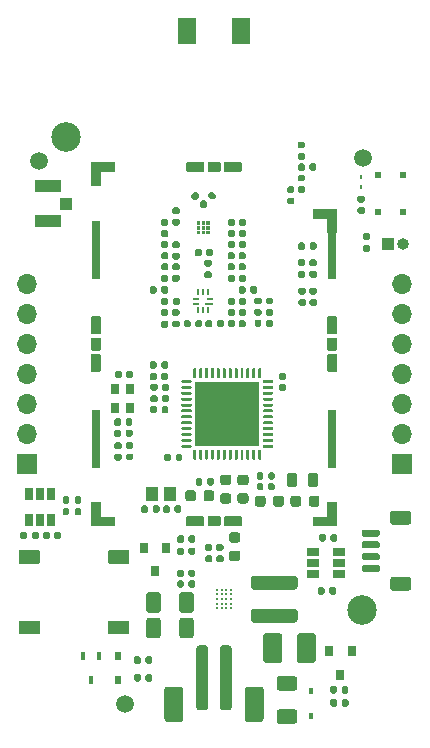
<source format=gts>
G04 #@! TF.GenerationSoftware,KiCad,Pcbnew,(5.1.8)-1*
G04 #@! TF.CreationDate,2020-11-30T00:12:40+01:00*
G04 #@! TF.ProjectId,generic_node,67656e65-7269-4635-9f6e-6f64652e6b69,1.1*
G04 #@! TF.SameCoordinates,PX510ff40PY6422c40*
G04 #@! TF.FileFunction,Soldermask,Top*
G04 #@! TF.FilePolarity,Negative*
%FSLAX46Y46*%
G04 Gerber Fmt 4.6, Leading zero omitted, Abs format (unit mm)*
G04 Created by KiCad (PCBNEW (5.1.8)-1) date 2020-11-30 00:12:40*
%MOMM*%
%LPD*%
G01*
G04 APERTURE LIST*
%ADD10R,0.500000X0.710000*%
%ADD11R,0.800000X0.900000*%
%ADD12C,0.100000*%
%ADD13R,0.800000X5.000000*%
%ADD14R,1.650000X2.300000*%
%ADD15R,0.563000X0.225000*%
%ADD16R,0.225000X0.563000*%
%ADD17R,0.663000X0.225000*%
%ADD18R,5.450000X5.450000*%
%ADD19C,0.270000*%
%ADD20R,1.060000X0.650000*%
%ADD21R,1.000000X1.000000*%
%ADD22O,1.000000X1.000000*%
%ADD23R,1.700000X1.700000*%
%ADD24O,1.700000X1.700000*%
%ADD25C,1.500000*%
%ADD26C,2.500000*%
%ADD27R,0.450000X0.700000*%
%ADD28R,0.650000X1.060000*%
%ADD29R,0.450000X0.600000*%
%ADD30R,0.250000X0.360000*%
%ADD31R,2.200000X1.050000*%
%ADD32R,1.050000X1.000000*%
%ADD33R,1.000000X1.250000*%
%ADD34R,0.550000X0.500000*%
G04 APERTURE END LIST*
D10*
X-8120000Y-25915000D03*
X-8120000Y-23925000D03*
G36*
G01*
X8000000Y-9480000D02*
X8000000Y-8520000D01*
G75*
G02*
X8120000Y-8400000I120000J0D01*
G01*
X8680000Y-8400000D01*
G75*
G02*
X8800000Y-8520000I0J-120000D01*
G01*
X8800000Y-9480000D01*
G75*
G02*
X8680000Y-9600000I-120000J0D01*
G01*
X8120000Y-9600000D01*
G75*
G02*
X8000000Y-9480000I0J120000D01*
G01*
G37*
G36*
G01*
X6200000Y-9480000D02*
X6200000Y-8520000D01*
G75*
G02*
X6320000Y-8400000I120000J0D01*
G01*
X6880000Y-8400000D01*
G75*
G02*
X7000000Y-8520000I0J-120000D01*
G01*
X7000000Y-9480000D01*
G75*
G02*
X6880000Y-9600000I-120000J0D01*
G01*
X6320000Y-9600000D01*
G75*
G02*
X6200000Y-9480000I0J120000D01*
G01*
G37*
G36*
G01*
X-2350000Y17152800D02*
X-2350000Y17847200D01*
G75*
G02*
X-2297200Y17900000I52800J0D01*
G01*
X-902800Y17900000D01*
G75*
G02*
X-850000Y17847200I0J-52800D01*
G01*
X-850000Y17152800D01*
G75*
G02*
X-902800Y17100000I-52800J0D01*
G01*
X-2297200Y17100000D01*
G75*
G02*
X-2350000Y17152800I0J52800D01*
G01*
G37*
G36*
G01*
X850000Y17152800D02*
X850000Y17847200D01*
G75*
G02*
X902800Y17900000I52800J0D01*
G01*
X2297200Y17900000D01*
G75*
G02*
X2350000Y17847200I0J-52800D01*
G01*
X2350000Y17152800D01*
G75*
G02*
X2297200Y17100000I-52800J0D01*
G01*
X902800Y17100000D01*
G75*
G02*
X850000Y17152800I0J52800D01*
G01*
G37*
G36*
G01*
X-550000Y17152800D02*
X-550000Y17847200D01*
G75*
G02*
X-497200Y17900000I52800J0D01*
G01*
X497200Y17900000D01*
G75*
G02*
X550000Y17847200I0J-52800D01*
G01*
X550000Y17152800D01*
G75*
G02*
X497200Y17100000I-52800J0D01*
G01*
X-497200Y17100000D01*
G75*
G02*
X-550000Y17152800I0J52800D01*
G01*
G37*
G36*
G01*
X-9652800Y150000D02*
X-10347200Y150000D01*
G75*
G02*
X-10400000Y202800I0J52800D01*
G01*
X-10400000Y1597200D01*
G75*
G02*
X-10347200Y1650000I52800J0D01*
G01*
X-9652800Y1650000D01*
G75*
G02*
X-9600000Y1597200I0J-52800D01*
G01*
X-9600000Y202800D01*
G75*
G02*
X-9652800Y150000I-52800J0D01*
G01*
G37*
G36*
G01*
X-9652800Y3350000D02*
X-10347200Y3350000D01*
G75*
G02*
X-10400000Y3402800I0J52800D01*
G01*
X-10400000Y4797200D01*
G75*
G02*
X-10347200Y4850000I52800J0D01*
G01*
X-9652800Y4850000D01*
G75*
G02*
X-9600000Y4797200I0J-52800D01*
G01*
X-9600000Y3402800D01*
G75*
G02*
X-9652800Y3350000I-52800J0D01*
G01*
G37*
G36*
G01*
X-9652800Y1950000D02*
X-10347200Y1950000D01*
G75*
G02*
X-10400000Y2002800I0J52800D01*
G01*
X-10400000Y2997200D01*
G75*
G02*
X-10347200Y3050000I52800J0D01*
G01*
X-9652800Y3050000D01*
G75*
G02*
X-9600000Y2997200I0J-52800D01*
G01*
X-9600000Y2002800D01*
G75*
G02*
X-9652800Y1950000I-52800J0D01*
G01*
G37*
G36*
G01*
X-2350000Y-12837200D02*
X-2350000Y-12142800D01*
G75*
G02*
X-2297200Y-12090000I52800J0D01*
G01*
X-902800Y-12090000D01*
G75*
G02*
X-850000Y-12142800I0J-52800D01*
G01*
X-850000Y-12837200D01*
G75*
G02*
X-902800Y-12890000I-52800J0D01*
G01*
X-2297200Y-12890000D01*
G75*
G02*
X-2350000Y-12837200I0J52800D01*
G01*
G37*
G36*
G01*
X850000Y-12837200D02*
X850000Y-12142800D01*
G75*
G02*
X902800Y-12090000I52800J0D01*
G01*
X2297200Y-12090000D01*
G75*
G02*
X2350000Y-12142800I0J-52800D01*
G01*
X2350000Y-12837200D01*
G75*
G02*
X2297200Y-12890000I-52800J0D01*
G01*
X902800Y-12890000D01*
G75*
G02*
X850000Y-12837200I0J52800D01*
G01*
G37*
G36*
G01*
X-550000Y-12837200D02*
X-550000Y-12142800D01*
G75*
G02*
X-497200Y-12090000I52800J0D01*
G01*
X497200Y-12090000D01*
G75*
G02*
X550000Y-12142800I0J-52800D01*
G01*
X550000Y-12837200D01*
G75*
G02*
X497200Y-12890000I-52800J0D01*
G01*
X-497200Y-12890000D01*
G75*
G02*
X-550000Y-12837200I0J52800D01*
G01*
G37*
G36*
G01*
X10347200Y150000D02*
X9652800Y150000D01*
G75*
G02*
X9600000Y202800I0J52800D01*
G01*
X9600000Y1597200D01*
G75*
G02*
X9652800Y1650000I52800J0D01*
G01*
X10347200Y1650000D01*
G75*
G02*
X10400000Y1597200I0J-52800D01*
G01*
X10400000Y202800D01*
G75*
G02*
X10347200Y150000I-52800J0D01*
G01*
G37*
G36*
G01*
X10347200Y3350000D02*
X9652800Y3350000D01*
G75*
G02*
X9600000Y3402800I0J52800D01*
G01*
X9600000Y4797200D01*
G75*
G02*
X9652800Y4850000I52800J0D01*
G01*
X10347200Y4850000D01*
G75*
G02*
X10400000Y4797200I0J-52800D01*
G01*
X10400000Y3402800D01*
G75*
G02*
X10347200Y3350000I-52800J0D01*
G01*
G37*
G36*
G01*
X10347200Y1950000D02*
X9652800Y1950000D01*
G75*
G02*
X9600000Y2002800I0J52800D01*
G01*
X9600000Y2997200D01*
G75*
G02*
X9652800Y3050000I52800J0D01*
G01*
X10347200Y3050000D01*
G75*
G02*
X10400000Y2997200I0J-52800D01*
G01*
X10400000Y2002800D01*
G75*
G02*
X10347200Y1950000I-52800J0D01*
G01*
G37*
D11*
X-8355300Y-2939500D03*
X-7105300Y-1289500D03*
X-8355300Y-1289500D03*
X-7105300Y-2939500D03*
G36*
G01*
X3400000Y-19900000D02*
X6800000Y-19900000D01*
G75*
G02*
X7100000Y-20200000I0J-300000D01*
G01*
X7100000Y-20800000D01*
G75*
G02*
X6800000Y-21100000I-300000J0D01*
G01*
X3400000Y-21100000D01*
G75*
G02*
X3100000Y-20800000I0J300000D01*
G01*
X3100000Y-20200000D01*
G75*
G02*
X3400000Y-19900000I300000J0D01*
G01*
G37*
G36*
G01*
X3400000Y-17100000D02*
X6800000Y-17100000D01*
G75*
G02*
X7100000Y-17400000I0J-300000D01*
G01*
X7100000Y-18000000D01*
G75*
G02*
X6800000Y-18300000I-300000J0D01*
G01*
X3400000Y-18300000D01*
G75*
G02*
X3100000Y-18000000I0J300000D01*
G01*
X3100000Y-17400000D01*
G75*
G02*
X3400000Y-17100000I300000J0D01*
G01*
G37*
G36*
G01*
X-16520000Y-21986000D02*
X-16520000Y-20974000D01*
G75*
G02*
X-16451000Y-20905000I69000J0D01*
G01*
X-14809000Y-20905000D01*
G75*
G02*
X-14740000Y-20974000I0J-69000D01*
G01*
X-14740000Y-21986000D01*
G75*
G02*
X-14809000Y-22055000I-69000J0D01*
G01*
X-16451000Y-22055000D01*
G75*
G02*
X-16520000Y-21986000I0J69000D01*
G01*
G37*
G36*
G01*
X-16520000Y-16026000D02*
X-16520000Y-15014000D01*
G75*
G02*
X-16451000Y-14945000I69000J0D01*
G01*
X-14809000Y-14945000D01*
G75*
G02*
X-14740000Y-15014000I0J-69000D01*
G01*
X-14740000Y-16026000D01*
G75*
G02*
X-14809000Y-16095000I-69000J0D01*
G01*
X-16451000Y-16095000D01*
G75*
G02*
X-16520000Y-16026000I0J69000D01*
G01*
G37*
G36*
G01*
X-8960000Y-21986000D02*
X-8960000Y-20974000D01*
G75*
G02*
X-8891000Y-20905000I69000J0D01*
G01*
X-7249000Y-20905000D01*
G75*
G02*
X-7180000Y-20974000I0J-69000D01*
G01*
X-7180000Y-21986000D01*
G75*
G02*
X-7249000Y-22055000I-69000J0D01*
G01*
X-8891000Y-22055000D01*
G75*
G02*
X-8960000Y-21986000I0J69000D01*
G01*
G37*
G36*
G01*
X-8960000Y-16026000D02*
X-8960000Y-15014000D01*
G75*
G02*
X-8891000Y-14945000I69000J0D01*
G01*
X-7249000Y-14945000D01*
G75*
G02*
X-7180000Y-15014000I0J-69000D01*
G01*
X-7180000Y-16026000D01*
G75*
G02*
X-7249000Y-16095000I-69000J0D01*
G01*
X-8891000Y-16095000D01*
G75*
G02*
X-8960000Y-16026000I0J69000D01*
G01*
G37*
D12*
G36*
X10400000Y13900000D02*
G01*
X10400000Y11900000D01*
X9600000Y11900000D01*
X9600000Y13100000D01*
X8400000Y13100000D01*
X8400000Y13900000D01*
X10400000Y13900000D01*
G37*
G36*
X-10400000Y17900000D02*
G01*
X-8400000Y17900000D01*
X-8400000Y17100000D01*
X-9600000Y17100000D01*
X-9600000Y15900000D01*
X-10400000Y15900000D01*
X-10400000Y17900000D01*
G37*
G36*
X-10400000Y-12900000D02*
G01*
X-10400000Y-10900000D01*
X-9600000Y-10900000D01*
X-9600000Y-12100000D01*
X-8400000Y-12100000D01*
X-8400000Y-12900000D01*
X-10400000Y-12900000D01*
G37*
G36*
X10400000Y-12900000D02*
G01*
X8400000Y-12900000D01*
X8400000Y-12100000D01*
X9600000Y-12100000D01*
X9600000Y-10900000D01*
X10400000Y-10900000D01*
X10400000Y-12900000D01*
G37*
D13*
X10000000Y10500000D03*
X-10000000Y-5500000D03*
X-10000000Y10500000D03*
X10000000Y-5500000D03*
D14*
X-2325000Y29000000D03*
X2325000Y29000000D03*
G36*
G01*
X-11788000Y-11869000D02*
X-11788000Y-11499000D01*
G75*
G02*
X-11653000Y-11364000I135000J0D01*
G01*
X-11383000Y-11364000D01*
G75*
G02*
X-11248000Y-11499000I0J-135000D01*
G01*
X-11248000Y-11869000D01*
G75*
G02*
X-11383000Y-12004000I-135000J0D01*
G01*
X-11653000Y-12004000D01*
G75*
G02*
X-11788000Y-11869000I0J135000D01*
G01*
G37*
G36*
G01*
X-12808000Y-11869000D02*
X-12808000Y-11499000D01*
G75*
G02*
X-12673000Y-11364000I135000J0D01*
G01*
X-12403000Y-11364000D01*
G75*
G02*
X-12268000Y-11499000I0J-135000D01*
G01*
X-12268000Y-11869000D01*
G75*
G02*
X-12403000Y-12004000I-135000J0D01*
G01*
X-12673000Y-12004000D01*
G75*
G02*
X-12808000Y-11869000I0J135000D01*
G01*
G37*
D15*
X-350500Y6337000D03*
D16*
X-519000Y6905500D03*
X-919000Y6905500D03*
X-1319000Y6905500D03*
D15*
X-1487500Y6337000D03*
X-1487500Y5937000D03*
D16*
X-1319000Y5368500D03*
X-919000Y5368500D03*
X-519000Y5368500D03*
D17*
X-400500Y5937000D03*
G36*
G01*
X-630200Y12105000D02*
X-369800Y12105000D01*
G75*
G02*
X-345000Y12080200I0J-24800D01*
G01*
X-345000Y11819800D01*
G75*
G02*
X-369800Y11795000I-24800J0D01*
G01*
X-630200Y11795000D01*
G75*
G02*
X-655000Y11819800I0J24800D01*
G01*
X-655000Y12080200D01*
G75*
G02*
X-630200Y12105000I24800J0D01*
G01*
G37*
G36*
G01*
X-630200Y12505000D02*
X-369800Y12505000D01*
G75*
G02*
X-345000Y12480200I0J-24800D01*
G01*
X-345000Y12219800D01*
G75*
G02*
X-369800Y12195000I-24800J0D01*
G01*
X-630200Y12195000D01*
G75*
G02*
X-655000Y12219800I0J24800D01*
G01*
X-655000Y12480200D01*
G75*
G02*
X-630200Y12505000I24800J0D01*
G01*
G37*
G36*
G01*
X-630200Y12905000D02*
X-369800Y12905000D01*
G75*
G02*
X-345000Y12880200I0J-24800D01*
G01*
X-345000Y12619800D01*
G75*
G02*
X-369800Y12595000I-24800J0D01*
G01*
X-630200Y12595000D01*
G75*
G02*
X-655000Y12619800I0J24800D01*
G01*
X-655000Y12880200D01*
G75*
G02*
X-630200Y12905000I24800J0D01*
G01*
G37*
G36*
G01*
X-1030200Y12905000D02*
X-769800Y12905000D01*
G75*
G02*
X-745000Y12880200I0J-24800D01*
G01*
X-745000Y12619800D01*
G75*
G02*
X-769800Y12595000I-24800J0D01*
G01*
X-1030200Y12595000D01*
G75*
G02*
X-1055000Y12619800I0J24800D01*
G01*
X-1055000Y12880200D01*
G75*
G02*
X-1030200Y12905000I24800J0D01*
G01*
G37*
G36*
G01*
X-1430200Y12905000D02*
X-1169800Y12905000D01*
G75*
G02*
X-1145000Y12880200I0J-24800D01*
G01*
X-1145000Y12619800D01*
G75*
G02*
X-1169800Y12595000I-24800J0D01*
G01*
X-1430200Y12595000D01*
G75*
G02*
X-1455000Y12619800I0J24800D01*
G01*
X-1455000Y12880200D01*
G75*
G02*
X-1430200Y12905000I24800J0D01*
G01*
G37*
G36*
G01*
X-1430200Y12505000D02*
X-1169800Y12505000D01*
G75*
G02*
X-1145000Y12480200I0J-24800D01*
G01*
X-1145000Y12219800D01*
G75*
G02*
X-1169800Y12195000I-24800J0D01*
G01*
X-1430200Y12195000D01*
G75*
G02*
X-1455000Y12219800I0J24800D01*
G01*
X-1455000Y12480200D01*
G75*
G02*
X-1430200Y12505000I24800J0D01*
G01*
G37*
G36*
G01*
X-1430200Y12105000D02*
X-1169800Y12105000D01*
G75*
G02*
X-1145000Y12080200I0J-24800D01*
G01*
X-1145000Y11819800D01*
G75*
G02*
X-1169800Y11795000I-24800J0D01*
G01*
X-1430200Y11795000D01*
G75*
G02*
X-1455000Y11819800I0J24800D01*
G01*
X-1455000Y12080200D01*
G75*
G02*
X-1430200Y12105000I24800J0D01*
G01*
G37*
G36*
G01*
X-1030200Y12105000D02*
X-769800Y12105000D01*
G75*
G02*
X-745000Y12080200I0J-24800D01*
G01*
X-745000Y11819800D01*
G75*
G02*
X-769800Y11795000I-24800J0D01*
G01*
X-1030200Y11795000D01*
G75*
G02*
X-1055000Y11819800I0J24800D01*
G01*
X-1055000Y12080200D01*
G75*
G02*
X-1030200Y12105000I24800J0D01*
G01*
G37*
G36*
G01*
X-1030200Y12505000D02*
X-769800Y12505000D01*
G75*
G02*
X-745000Y12480200I0J-24800D01*
G01*
X-745000Y12219800D01*
G75*
G02*
X-769800Y12195000I-24800J0D01*
G01*
X-1030200Y12195000D01*
G75*
G02*
X-1055000Y12219800I0J24800D01*
G01*
X-1055000Y12480200D01*
G75*
G02*
X-1030200Y12505000I24800J0D01*
G01*
G37*
G36*
G01*
X4995000Y-6096000D02*
X4995000Y-6221000D01*
G75*
G02*
X4932500Y-6283500I-62500J0D01*
G01*
X4207500Y-6283500D01*
G75*
G02*
X4145000Y-6221000I0J62500D01*
G01*
X4145000Y-6096000D01*
G75*
G02*
X4207500Y-6033500I62500J0D01*
G01*
X4932500Y-6033500D01*
G75*
G02*
X4995000Y-6096000I0J-62500D01*
G01*
G37*
G36*
G01*
X4995000Y-5596000D02*
X4995000Y-5721000D01*
G75*
G02*
X4932500Y-5783500I-62500J0D01*
G01*
X4207500Y-5783500D01*
G75*
G02*
X4145000Y-5721000I0J62500D01*
G01*
X4145000Y-5596000D01*
G75*
G02*
X4207500Y-5533500I62500J0D01*
G01*
X4932500Y-5533500D01*
G75*
G02*
X4995000Y-5596000I0J-62500D01*
G01*
G37*
G36*
G01*
X4995000Y-5096000D02*
X4995000Y-5221000D01*
G75*
G02*
X4932500Y-5283500I-62500J0D01*
G01*
X4207500Y-5283500D01*
G75*
G02*
X4145000Y-5221000I0J62500D01*
G01*
X4145000Y-5096000D01*
G75*
G02*
X4207500Y-5033500I62500J0D01*
G01*
X4932500Y-5033500D01*
G75*
G02*
X4995000Y-5096000I0J-62500D01*
G01*
G37*
G36*
G01*
X4995000Y-4596000D02*
X4995000Y-4721000D01*
G75*
G02*
X4932500Y-4783500I-62500J0D01*
G01*
X4207500Y-4783500D01*
G75*
G02*
X4145000Y-4721000I0J62500D01*
G01*
X4145000Y-4596000D01*
G75*
G02*
X4207500Y-4533500I62500J0D01*
G01*
X4932500Y-4533500D01*
G75*
G02*
X4995000Y-4596000I0J-62500D01*
G01*
G37*
G36*
G01*
X4995000Y-4096000D02*
X4995000Y-4221000D01*
G75*
G02*
X4932500Y-4283500I-62500J0D01*
G01*
X4207500Y-4283500D01*
G75*
G02*
X4145000Y-4221000I0J62500D01*
G01*
X4145000Y-4096000D01*
G75*
G02*
X4207500Y-4033500I62500J0D01*
G01*
X4932500Y-4033500D01*
G75*
G02*
X4995000Y-4096000I0J-62500D01*
G01*
G37*
G36*
G01*
X4995000Y-3596000D02*
X4995000Y-3721000D01*
G75*
G02*
X4932500Y-3783500I-62500J0D01*
G01*
X4207500Y-3783500D01*
G75*
G02*
X4145000Y-3721000I0J62500D01*
G01*
X4145000Y-3596000D01*
G75*
G02*
X4207500Y-3533500I62500J0D01*
G01*
X4932500Y-3533500D01*
G75*
G02*
X4995000Y-3596000I0J-62500D01*
G01*
G37*
G36*
G01*
X4995000Y-3096000D02*
X4995000Y-3221000D01*
G75*
G02*
X4932500Y-3283500I-62500J0D01*
G01*
X4207500Y-3283500D01*
G75*
G02*
X4145000Y-3221000I0J62500D01*
G01*
X4145000Y-3096000D01*
G75*
G02*
X4207500Y-3033500I62500J0D01*
G01*
X4932500Y-3033500D01*
G75*
G02*
X4995000Y-3096000I0J-62500D01*
G01*
G37*
G36*
G01*
X4995000Y-2596000D02*
X4995000Y-2721000D01*
G75*
G02*
X4932500Y-2783500I-62500J0D01*
G01*
X4207500Y-2783500D01*
G75*
G02*
X4145000Y-2721000I0J62500D01*
G01*
X4145000Y-2596000D01*
G75*
G02*
X4207500Y-2533500I62500J0D01*
G01*
X4932500Y-2533500D01*
G75*
G02*
X4995000Y-2596000I0J-62500D01*
G01*
G37*
G36*
G01*
X4995000Y-2096000D02*
X4995000Y-2221000D01*
G75*
G02*
X4932500Y-2283500I-62500J0D01*
G01*
X4207500Y-2283500D01*
G75*
G02*
X4145000Y-2221000I0J62500D01*
G01*
X4145000Y-2096000D01*
G75*
G02*
X4207500Y-2033500I62500J0D01*
G01*
X4932500Y-2033500D01*
G75*
G02*
X4995000Y-2096000I0J-62500D01*
G01*
G37*
G36*
G01*
X4995000Y-1596000D02*
X4995000Y-1721000D01*
G75*
G02*
X4932500Y-1783500I-62500J0D01*
G01*
X4207500Y-1783500D01*
G75*
G02*
X4145000Y-1721000I0J62500D01*
G01*
X4145000Y-1596000D01*
G75*
G02*
X4207500Y-1533500I62500J0D01*
G01*
X4932500Y-1533500D01*
G75*
G02*
X4995000Y-1596000I0J-62500D01*
G01*
G37*
G36*
G01*
X4995000Y-1096000D02*
X4995000Y-1221000D01*
G75*
G02*
X4932500Y-1283500I-62500J0D01*
G01*
X4207500Y-1283500D01*
G75*
G02*
X4145000Y-1221000I0J62500D01*
G01*
X4145000Y-1096000D01*
G75*
G02*
X4207500Y-1033500I62500J0D01*
G01*
X4932500Y-1033500D01*
G75*
G02*
X4995000Y-1096000I0J-62500D01*
G01*
G37*
G36*
G01*
X4995000Y-596000D02*
X4995000Y-721000D01*
G75*
G02*
X4932500Y-783500I-62500J0D01*
G01*
X4207500Y-783500D01*
G75*
G02*
X4145000Y-721000I0J62500D01*
G01*
X4145000Y-596000D01*
G75*
G02*
X4207500Y-533500I62500J0D01*
G01*
X4932500Y-533500D01*
G75*
G02*
X4995000Y-596000I0J-62500D01*
G01*
G37*
G36*
G01*
X3995000Y404000D02*
X3995000Y-321000D01*
G75*
G02*
X3932500Y-383500I-62500J0D01*
G01*
X3807500Y-383500D01*
G75*
G02*
X3745000Y-321000I0J62500D01*
G01*
X3745000Y404000D01*
G75*
G02*
X3807500Y466500I62500J0D01*
G01*
X3932500Y466500D01*
G75*
G02*
X3995000Y404000I0J-62500D01*
G01*
G37*
G36*
G01*
X3495000Y404000D02*
X3495000Y-321000D01*
G75*
G02*
X3432500Y-383500I-62500J0D01*
G01*
X3307500Y-383500D01*
G75*
G02*
X3245000Y-321000I0J62500D01*
G01*
X3245000Y404000D01*
G75*
G02*
X3307500Y466500I62500J0D01*
G01*
X3432500Y466500D01*
G75*
G02*
X3495000Y404000I0J-62500D01*
G01*
G37*
G36*
G01*
X2995000Y404000D02*
X2995000Y-321000D01*
G75*
G02*
X2932500Y-383500I-62500J0D01*
G01*
X2807500Y-383500D01*
G75*
G02*
X2745000Y-321000I0J62500D01*
G01*
X2745000Y404000D01*
G75*
G02*
X2807500Y466500I62500J0D01*
G01*
X2932500Y466500D01*
G75*
G02*
X2995000Y404000I0J-62500D01*
G01*
G37*
G36*
G01*
X2495000Y404000D02*
X2495000Y-321000D01*
G75*
G02*
X2432500Y-383500I-62500J0D01*
G01*
X2307500Y-383500D01*
G75*
G02*
X2245000Y-321000I0J62500D01*
G01*
X2245000Y404000D01*
G75*
G02*
X2307500Y466500I62500J0D01*
G01*
X2432500Y466500D01*
G75*
G02*
X2495000Y404000I0J-62500D01*
G01*
G37*
G36*
G01*
X1995000Y404000D02*
X1995000Y-321000D01*
G75*
G02*
X1932500Y-383500I-62500J0D01*
G01*
X1807500Y-383500D01*
G75*
G02*
X1745000Y-321000I0J62500D01*
G01*
X1745000Y404000D01*
G75*
G02*
X1807500Y466500I62500J0D01*
G01*
X1932500Y466500D01*
G75*
G02*
X1995000Y404000I0J-62500D01*
G01*
G37*
G36*
G01*
X1495000Y404000D02*
X1495000Y-321000D01*
G75*
G02*
X1432500Y-383500I-62500J0D01*
G01*
X1307500Y-383500D01*
G75*
G02*
X1245000Y-321000I0J62500D01*
G01*
X1245000Y404000D01*
G75*
G02*
X1307500Y466500I62500J0D01*
G01*
X1432500Y466500D01*
G75*
G02*
X1495000Y404000I0J-62500D01*
G01*
G37*
G36*
G01*
X995000Y404000D02*
X995000Y-321000D01*
G75*
G02*
X932500Y-383500I-62500J0D01*
G01*
X807500Y-383500D01*
G75*
G02*
X745000Y-321000I0J62500D01*
G01*
X745000Y404000D01*
G75*
G02*
X807500Y466500I62500J0D01*
G01*
X932500Y466500D01*
G75*
G02*
X995000Y404000I0J-62500D01*
G01*
G37*
G36*
G01*
X495000Y404000D02*
X495000Y-321000D01*
G75*
G02*
X432500Y-383500I-62500J0D01*
G01*
X307500Y-383500D01*
G75*
G02*
X245000Y-321000I0J62500D01*
G01*
X245000Y404000D01*
G75*
G02*
X307500Y466500I62500J0D01*
G01*
X432500Y466500D01*
G75*
G02*
X495000Y404000I0J-62500D01*
G01*
G37*
G36*
G01*
X-5000Y404000D02*
X-5000Y-321000D01*
G75*
G02*
X-67500Y-383500I-62500J0D01*
G01*
X-192500Y-383500D01*
G75*
G02*
X-255000Y-321000I0J62500D01*
G01*
X-255000Y404000D01*
G75*
G02*
X-192500Y466500I62500J0D01*
G01*
X-67500Y466500D01*
G75*
G02*
X-5000Y404000I0J-62500D01*
G01*
G37*
G36*
G01*
X-505000Y404000D02*
X-505000Y-321000D01*
G75*
G02*
X-567500Y-383500I-62500J0D01*
G01*
X-692500Y-383500D01*
G75*
G02*
X-755000Y-321000I0J62500D01*
G01*
X-755000Y404000D01*
G75*
G02*
X-692500Y466500I62500J0D01*
G01*
X-567500Y466500D01*
G75*
G02*
X-505000Y404000I0J-62500D01*
G01*
G37*
G36*
G01*
X-1005000Y404000D02*
X-1005000Y-321000D01*
G75*
G02*
X-1067500Y-383500I-62500J0D01*
G01*
X-1192500Y-383500D01*
G75*
G02*
X-1255000Y-321000I0J62500D01*
G01*
X-1255000Y404000D01*
G75*
G02*
X-1192500Y466500I62500J0D01*
G01*
X-1067500Y466500D01*
G75*
G02*
X-1005000Y404000I0J-62500D01*
G01*
G37*
G36*
G01*
X-1505000Y404000D02*
X-1505000Y-321000D01*
G75*
G02*
X-1567500Y-383500I-62500J0D01*
G01*
X-1692500Y-383500D01*
G75*
G02*
X-1755000Y-321000I0J62500D01*
G01*
X-1755000Y404000D01*
G75*
G02*
X-1692500Y466500I62500J0D01*
G01*
X-1567500Y466500D01*
G75*
G02*
X-1505000Y404000I0J-62500D01*
G01*
G37*
G36*
G01*
X-1905000Y-596000D02*
X-1905000Y-721000D01*
G75*
G02*
X-1967500Y-783500I-62500J0D01*
G01*
X-2692500Y-783500D01*
G75*
G02*
X-2755000Y-721000I0J62500D01*
G01*
X-2755000Y-596000D01*
G75*
G02*
X-2692500Y-533500I62500J0D01*
G01*
X-1967500Y-533500D01*
G75*
G02*
X-1905000Y-596000I0J-62500D01*
G01*
G37*
G36*
G01*
X-1905000Y-1096000D02*
X-1905000Y-1221000D01*
G75*
G02*
X-1967500Y-1283500I-62500J0D01*
G01*
X-2692500Y-1283500D01*
G75*
G02*
X-2755000Y-1221000I0J62500D01*
G01*
X-2755000Y-1096000D01*
G75*
G02*
X-2692500Y-1033500I62500J0D01*
G01*
X-1967500Y-1033500D01*
G75*
G02*
X-1905000Y-1096000I0J-62500D01*
G01*
G37*
G36*
G01*
X-1905000Y-1596000D02*
X-1905000Y-1721000D01*
G75*
G02*
X-1967500Y-1783500I-62500J0D01*
G01*
X-2692500Y-1783500D01*
G75*
G02*
X-2755000Y-1721000I0J62500D01*
G01*
X-2755000Y-1596000D01*
G75*
G02*
X-2692500Y-1533500I62500J0D01*
G01*
X-1967500Y-1533500D01*
G75*
G02*
X-1905000Y-1596000I0J-62500D01*
G01*
G37*
G36*
G01*
X-1905000Y-2096000D02*
X-1905000Y-2221000D01*
G75*
G02*
X-1967500Y-2283500I-62500J0D01*
G01*
X-2692500Y-2283500D01*
G75*
G02*
X-2755000Y-2221000I0J62500D01*
G01*
X-2755000Y-2096000D01*
G75*
G02*
X-2692500Y-2033500I62500J0D01*
G01*
X-1967500Y-2033500D01*
G75*
G02*
X-1905000Y-2096000I0J-62500D01*
G01*
G37*
G36*
G01*
X-1905000Y-2596000D02*
X-1905000Y-2721000D01*
G75*
G02*
X-1967500Y-2783500I-62500J0D01*
G01*
X-2692500Y-2783500D01*
G75*
G02*
X-2755000Y-2721000I0J62500D01*
G01*
X-2755000Y-2596000D01*
G75*
G02*
X-2692500Y-2533500I62500J0D01*
G01*
X-1967500Y-2533500D01*
G75*
G02*
X-1905000Y-2596000I0J-62500D01*
G01*
G37*
G36*
G01*
X-1905000Y-3096000D02*
X-1905000Y-3221000D01*
G75*
G02*
X-1967500Y-3283500I-62500J0D01*
G01*
X-2692500Y-3283500D01*
G75*
G02*
X-2755000Y-3221000I0J62500D01*
G01*
X-2755000Y-3096000D01*
G75*
G02*
X-2692500Y-3033500I62500J0D01*
G01*
X-1967500Y-3033500D01*
G75*
G02*
X-1905000Y-3096000I0J-62500D01*
G01*
G37*
G36*
G01*
X-1905000Y-3596000D02*
X-1905000Y-3721000D01*
G75*
G02*
X-1967500Y-3783500I-62500J0D01*
G01*
X-2692500Y-3783500D01*
G75*
G02*
X-2755000Y-3721000I0J62500D01*
G01*
X-2755000Y-3596000D01*
G75*
G02*
X-2692500Y-3533500I62500J0D01*
G01*
X-1967500Y-3533500D01*
G75*
G02*
X-1905000Y-3596000I0J-62500D01*
G01*
G37*
G36*
G01*
X-1905000Y-4096000D02*
X-1905000Y-4221000D01*
G75*
G02*
X-1967500Y-4283500I-62500J0D01*
G01*
X-2692500Y-4283500D01*
G75*
G02*
X-2755000Y-4221000I0J62500D01*
G01*
X-2755000Y-4096000D01*
G75*
G02*
X-2692500Y-4033500I62500J0D01*
G01*
X-1967500Y-4033500D01*
G75*
G02*
X-1905000Y-4096000I0J-62500D01*
G01*
G37*
G36*
G01*
X-1905000Y-4596000D02*
X-1905000Y-4721000D01*
G75*
G02*
X-1967500Y-4783500I-62500J0D01*
G01*
X-2692500Y-4783500D01*
G75*
G02*
X-2755000Y-4721000I0J62500D01*
G01*
X-2755000Y-4596000D01*
G75*
G02*
X-2692500Y-4533500I62500J0D01*
G01*
X-1967500Y-4533500D01*
G75*
G02*
X-1905000Y-4596000I0J-62500D01*
G01*
G37*
G36*
G01*
X-1905000Y-5096000D02*
X-1905000Y-5221000D01*
G75*
G02*
X-1967500Y-5283500I-62500J0D01*
G01*
X-2692500Y-5283500D01*
G75*
G02*
X-2755000Y-5221000I0J62500D01*
G01*
X-2755000Y-5096000D01*
G75*
G02*
X-2692500Y-5033500I62500J0D01*
G01*
X-1967500Y-5033500D01*
G75*
G02*
X-1905000Y-5096000I0J-62500D01*
G01*
G37*
G36*
G01*
X-1905000Y-5596000D02*
X-1905000Y-5721000D01*
G75*
G02*
X-1967500Y-5783500I-62500J0D01*
G01*
X-2692500Y-5783500D01*
G75*
G02*
X-2755000Y-5721000I0J62500D01*
G01*
X-2755000Y-5596000D01*
G75*
G02*
X-2692500Y-5533500I62500J0D01*
G01*
X-1967500Y-5533500D01*
G75*
G02*
X-1905000Y-5596000I0J-62500D01*
G01*
G37*
G36*
G01*
X-1905000Y-6096000D02*
X-1905000Y-6221000D01*
G75*
G02*
X-1967500Y-6283500I-62500J0D01*
G01*
X-2692500Y-6283500D01*
G75*
G02*
X-2755000Y-6221000I0J62500D01*
G01*
X-2755000Y-6096000D01*
G75*
G02*
X-2692500Y-6033500I62500J0D01*
G01*
X-1967500Y-6033500D01*
G75*
G02*
X-1905000Y-6096000I0J-62500D01*
G01*
G37*
G36*
G01*
X-1505000Y-6496000D02*
X-1505000Y-7221000D01*
G75*
G02*
X-1567500Y-7283500I-62500J0D01*
G01*
X-1692500Y-7283500D01*
G75*
G02*
X-1755000Y-7221000I0J62500D01*
G01*
X-1755000Y-6496000D01*
G75*
G02*
X-1692500Y-6433500I62500J0D01*
G01*
X-1567500Y-6433500D01*
G75*
G02*
X-1505000Y-6496000I0J-62500D01*
G01*
G37*
G36*
G01*
X-1005000Y-6496000D02*
X-1005000Y-7221000D01*
G75*
G02*
X-1067500Y-7283500I-62500J0D01*
G01*
X-1192500Y-7283500D01*
G75*
G02*
X-1255000Y-7221000I0J62500D01*
G01*
X-1255000Y-6496000D01*
G75*
G02*
X-1192500Y-6433500I62500J0D01*
G01*
X-1067500Y-6433500D01*
G75*
G02*
X-1005000Y-6496000I0J-62500D01*
G01*
G37*
G36*
G01*
X-505000Y-6496000D02*
X-505000Y-7221000D01*
G75*
G02*
X-567500Y-7283500I-62500J0D01*
G01*
X-692500Y-7283500D01*
G75*
G02*
X-755000Y-7221000I0J62500D01*
G01*
X-755000Y-6496000D01*
G75*
G02*
X-692500Y-6433500I62500J0D01*
G01*
X-567500Y-6433500D01*
G75*
G02*
X-505000Y-6496000I0J-62500D01*
G01*
G37*
G36*
G01*
X-5000Y-6496000D02*
X-5000Y-7221000D01*
G75*
G02*
X-67500Y-7283500I-62500J0D01*
G01*
X-192500Y-7283500D01*
G75*
G02*
X-255000Y-7221000I0J62500D01*
G01*
X-255000Y-6496000D01*
G75*
G02*
X-192500Y-6433500I62500J0D01*
G01*
X-67500Y-6433500D01*
G75*
G02*
X-5000Y-6496000I0J-62500D01*
G01*
G37*
G36*
G01*
X495000Y-6496000D02*
X495000Y-7221000D01*
G75*
G02*
X432500Y-7283500I-62500J0D01*
G01*
X307500Y-7283500D01*
G75*
G02*
X245000Y-7221000I0J62500D01*
G01*
X245000Y-6496000D01*
G75*
G02*
X307500Y-6433500I62500J0D01*
G01*
X432500Y-6433500D01*
G75*
G02*
X495000Y-6496000I0J-62500D01*
G01*
G37*
G36*
G01*
X995000Y-6496000D02*
X995000Y-7221000D01*
G75*
G02*
X932500Y-7283500I-62500J0D01*
G01*
X807500Y-7283500D01*
G75*
G02*
X745000Y-7221000I0J62500D01*
G01*
X745000Y-6496000D01*
G75*
G02*
X807500Y-6433500I62500J0D01*
G01*
X932500Y-6433500D01*
G75*
G02*
X995000Y-6496000I0J-62500D01*
G01*
G37*
G36*
G01*
X1495000Y-6496000D02*
X1495000Y-7221000D01*
G75*
G02*
X1432500Y-7283500I-62500J0D01*
G01*
X1307500Y-7283500D01*
G75*
G02*
X1245000Y-7221000I0J62500D01*
G01*
X1245000Y-6496000D01*
G75*
G02*
X1307500Y-6433500I62500J0D01*
G01*
X1432500Y-6433500D01*
G75*
G02*
X1495000Y-6496000I0J-62500D01*
G01*
G37*
G36*
G01*
X1995000Y-6496000D02*
X1995000Y-7221000D01*
G75*
G02*
X1932500Y-7283500I-62500J0D01*
G01*
X1807500Y-7283500D01*
G75*
G02*
X1745000Y-7221000I0J62500D01*
G01*
X1745000Y-6496000D01*
G75*
G02*
X1807500Y-6433500I62500J0D01*
G01*
X1932500Y-6433500D01*
G75*
G02*
X1995000Y-6496000I0J-62500D01*
G01*
G37*
G36*
G01*
X2495000Y-6496000D02*
X2495000Y-7221000D01*
G75*
G02*
X2432500Y-7283500I-62500J0D01*
G01*
X2307500Y-7283500D01*
G75*
G02*
X2245000Y-7221000I0J62500D01*
G01*
X2245000Y-6496000D01*
G75*
G02*
X2307500Y-6433500I62500J0D01*
G01*
X2432500Y-6433500D01*
G75*
G02*
X2495000Y-6496000I0J-62500D01*
G01*
G37*
G36*
G01*
X2995000Y-6496000D02*
X2995000Y-7221000D01*
G75*
G02*
X2932500Y-7283500I-62500J0D01*
G01*
X2807500Y-7283500D01*
G75*
G02*
X2745000Y-7221000I0J62500D01*
G01*
X2745000Y-6496000D01*
G75*
G02*
X2807500Y-6433500I62500J0D01*
G01*
X2932500Y-6433500D01*
G75*
G02*
X2995000Y-6496000I0J-62500D01*
G01*
G37*
G36*
G01*
X3495000Y-6496000D02*
X3495000Y-7221000D01*
G75*
G02*
X3432500Y-7283500I-62500J0D01*
G01*
X3307500Y-7283500D01*
G75*
G02*
X3245000Y-7221000I0J62500D01*
G01*
X3245000Y-6496000D01*
G75*
G02*
X3307500Y-6433500I62500J0D01*
G01*
X3432500Y-6433500D01*
G75*
G02*
X3495000Y-6496000I0J-62500D01*
G01*
G37*
G36*
G01*
X3995000Y-6496000D02*
X3995000Y-7221000D01*
G75*
G02*
X3932500Y-7283500I-62500J0D01*
G01*
X3807500Y-7283500D01*
G75*
G02*
X3745000Y-7221000I0J62500D01*
G01*
X3745000Y-6496000D01*
G75*
G02*
X3807500Y-6433500I62500J0D01*
G01*
X3932500Y-6433500D01*
G75*
G02*
X3995000Y-6496000I0J-62500D01*
G01*
G37*
D18*
X1120000Y-3408500D03*
D19*
X250000Y-18280000D03*
X650000Y-18280000D03*
X1050000Y-18280000D03*
X1450000Y-18280000D03*
X250000Y-18680000D03*
X650000Y-18680000D03*
X1050000Y-18680000D03*
X1450000Y-18680000D03*
X250000Y-19080000D03*
X650000Y-19080000D03*
X1050000Y-19080000D03*
X1450000Y-19080000D03*
X250000Y-19480000D03*
X650000Y-19480000D03*
X1050000Y-19480000D03*
X1450000Y-19480000D03*
X250000Y-19880000D03*
X650000Y-19880000D03*
X1050000Y-19880000D03*
X1450000Y-19880000D03*
D20*
X8400000Y-15100000D03*
X8400000Y-16050000D03*
X8400000Y-17000000D03*
X10600000Y-17000000D03*
X10600000Y-15100000D03*
X10600000Y-16050000D03*
D11*
X-4050000Y-14750000D03*
X-5950000Y-14750000D03*
X-5000000Y-16750000D03*
G36*
G01*
X12727500Y11880000D02*
X13072500Y11880000D01*
G75*
G02*
X13220000Y11732500I0J-147500D01*
G01*
X13220000Y11437500D01*
G75*
G02*
X13072500Y11290000I-147500J0D01*
G01*
X12727500Y11290000D01*
G75*
G02*
X12580000Y11437500I0J147500D01*
G01*
X12580000Y11732500D01*
G75*
G02*
X12727500Y11880000I147500J0D01*
G01*
G37*
G36*
G01*
X12727500Y10910000D02*
X13072500Y10910000D01*
G75*
G02*
X13220000Y10762500I0J-147500D01*
G01*
X13220000Y10467500D01*
G75*
G02*
X13072500Y10320000I-147500J0D01*
G01*
X12727500Y10320000D01*
G75*
G02*
X12580000Y10467500I0J147500D01*
G01*
X12580000Y10762500D01*
G75*
G02*
X12727500Y10910000I147500J0D01*
G01*
G37*
G36*
G01*
X-11238000Y-10520000D02*
X-11238000Y-10890000D01*
G75*
G02*
X-11373000Y-11025000I-135000J0D01*
G01*
X-11643000Y-11025000D01*
G75*
G02*
X-11778000Y-10890000I0J135000D01*
G01*
X-11778000Y-10520000D01*
G75*
G02*
X-11643000Y-10385000I135000J0D01*
G01*
X-11373000Y-10385000D01*
G75*
G02*
X-11238000Y-10520000I0J-135000D01*
G01*
G37*
G36*
G01*
X-12258000Y-10520000D02*
X-12258000Y-10890000D01*
G75*
G02*
X-12393000Y-11025000I-135000J0D01*
G01*
X-12663000Y-11025000D01*
G75*
G02*
X-12798000Y-10890000I0J135000D01*
G01*
X-12798000Y-10520000D01*
G75*
G02*
X-12663000Y-10385000I135000J0D01*
G01*
X-12393000Y-10385000D01*
G75*
G02*
X-12258000Y-10520000I0J-135000D01*
G01*
G37*
D21*
X14700000Y11000000D03*
D22*
X15970000Y11000000D03*
D23*
X15875000Y-7620000D03*
D24*
X15875000Y-5080000D03*
X15875000Y-2540000D03*
X15875000Y0D03*
X15875000Y2540000D03*
X15875000Y5080000D03*
X15875000Y7620000D03*
G36*
G01*
X3621200Y-8831200D02*
X3621200Y-8491200D01*
G75*
G02*
X3761200Y-8351200I140000J0D01*
G01*
X4041200Y-8351200D01*
G75*
G02*
X4181200Y-8491200I0J-140000D01*
G01*
X4181200Y-8831200D01*
G75*
G02*
X4041200Y-8971200I-140000J0D01*
G01*
X3761200Y-8971200D01*
G75*
G02*
X3621200Y-8831200I0J140000D01*
G01*
G37*
G36*
G01*
X4581200Y-8831200D02*
X4581200Y-8491200D01*
G75*
G02*
X4721200Y-8351200I140000J0D01*
G01*
X5001200Y-8351200D01*
G75*
G02*
X5141200Y-8491200I0J-140000D01*
G01*
X5141200Y-8831200D01*
G75*
G02*
X5001200Y-8971200I-140000J0D01*
G01*
X4721200Y-8971200D01*
G75*
G02*
X4581200Y-8831200I0J140000D01*
G01*
G37*
G36*
G01*
X3461000Y-11044800D02*
X3461000Y-10544800D01*
G75*
G02*
X3686000Y-10319800I225000J0D01*
G01*
X4136000Y-10319800D01*
G75*
G02*
X4361000Y-10544800I0J-225000D01*
G01*
X4361000Y-11044800D01*
G75*
G02*
X4136000Y-11269800I-225000J0D01*
G01*
X3686000Y-11269800D01*
G75*
G02*
X3461000Y-11044800I0J225000D01*
G01*
G37*
G36*
G01*
X5011000Y-11044800D02*
X5011000Y-10544800D01*
G75*
G02*
X5236000Y-10319800I225000J0D01*
G01*
X5686000Y-10319800D01*
G75*
G02*
X5911000Y-10544800I0J-225000D01*
G01*
X5911000Y-11044800D01*
G75*
G02*
X5686000Y-11269800I-225000J0D01*
G01*
X5236000Y-11269800D01*
G75*
G02*
X5011000Y-11044800I0J225000D01*
G01*
G37*
G36*
G01*
X-2690000Y-6930000D02*
X-2690000Y-7270000D01*
G75*
G02*
X-2830000Y-7410000I-140000J0D01*
G01*
X-3110000Y-7410000D01*
G75*
G02*
X-3250000Y-7270000I0J140000D01*
G01*
X-3250000Y-6930000D01*
G75*
G02*
X-3110000Y-6790000I140000J0D01*
G01*
X-2830000Y-6790000D01*
G75*
G02*
X-2690000Y-6930000I0J-140000D01*
G01*
G37*
G36*
G01*
X-3650000Y-6930000D02*
X-3650000Y-7270000D01*
G75*
G02*
X-3790000Y-7410000I-140000J0D01*
G01*
X-4070000Y-7410000D01*
G75*
G02*
X-4210000Y-7270000I0J140000D01*
G01*
X-4210000Y-6930000D01*
G75*
G02*
X-4070000Y-6790000I140000J0D01*
G01*
X-3790000Y-6790000D01*
G75*
G02*
X-3650000Y-6930000I0J-140000D01*
G01*
G37*
G36*
G01*
X18200Y-10087600D02*
X18200Y-10587600D01*
G75*
G02*
X-206800Y-10812600I-225000J0D01*
G01*
X-656800Y-10812600D01*
G75*
G02*
X-881800Y-10587600I0J225000D01*
G01*
X-881800Y-10087600D01*
G75*
G02*
X-656800Y-9862600I225000J0D01*
G01*
X-206800Y-9862600D01*
G75*
G02*
X18200Y-10087600I0J-225000D01*
G01*
G37*
G36*
G01*
X-1531800Y-10087600D02*
X-1531800Y-10587600D01*
G75*
G02*
X-1756800Y-10812600I-225000J0D01*
G01*
X-2206800Y-10812600D01*
G75*
G02*
X-2431800Y-10587600I0J225000D01*
G01*
X-2431800Y-10087600D01*
G75*
G02*
X-2206800Y-9862600I225000J0D01*
G01*
X-1756800Y-9862600D01*
G75*
G02*
X-1531800Y-10087600I0J-225000D01*
G01*
G37*
G36*
G01*
X3621200Y-9745600D02*
X3621200Y-9405600D01*
G75*
G02*
X3761200Y-9265600I140000J0D01*
G01*
X4041200Y-9265600D01*
G75*
G02*
X4181200Y-9405600I0J-140000D01*
G01*
X4181200Y-9745600D01*
G75*
G02*
X4041200Y-9885600I-140000J0D01*
G01*
X3761200Y-9885600D01*
G75*
G02*
X3621200Y-9745600I0J140000D01*
G01*
G37*
G36*
G01*
X4581200Y-9745600D02*
X4581200Y-9405600D01*
G75*
G02*
X4721200Y-9265600I140000J0D01*
G01*
X5001200Y-9265600D01*
G75*
G02*
X5141200Y-9405600I0J-140000D01*
G01*
X5141200Y-9745600D01*
G75*
G02*
X5001200Y-9885600I-140000J0D01*
G01*
X4721200Y-9885600D01*
G75*
G02*
X4581200Y-9745600I0J140000D01*
G01*
G37*
G36*
G01*
X1500000Y-13425000D02*
X2000000Y-13425000D01*
G75*
G02*
X2225000Y-13650000I0J-225000D01*
G01*
X2225000Y-14100000D01*
G75*
G02*
X2000000Y-14325000I-225000J0D01*
G01*
X1500000Y-14325000D01*
G75*
G02*
X1275000Y-14100000I0J225000D01*
G01*
X1275000Y-13650000D01*
G75*
G02*
X1500000Y-13425000I225000J0D01*
G01*
G37*
G36*
G01*
X1500000Y-14975000D02*
X2000000Y-14975000D01*
G75*
G02*
X2225000Y-15200000I0J-225000D01*
G01*
X2225000Y-15650000D01*
G75*
G02*
X2000000Y-15875000I-225000J0D01*
G01*
X1500000Y-15875000D01*
G75*
G02*
X1275000Y-15650000I0J225000D01*
G01*
X1275000Y-15200000D01*
G75*
G02*
X1500000Y-14975000I225000J0D01*
G01*
G37*
G36*
G01*
X-1600000Y-16730000D02*
X-1600000Y-17070000D01*
G75*
G02*
X-1740000Y-17210000I-140000J0D01*
G01*
X-2020000Y-17210000D01*
G75*
G02*
X-2160000Y-17070000I0J140000D01*
G01*
X-2160000Y-16730000D01*
G75*
G02*
X-2020000Y-16590000I140000J0D01*
G01*
X-1740000Y-16590000D01*
G75*
G02*
X-1600000Y-16730000I0J-140000D01*
G01*
G37*
G36*
G01*
X-2560000Y-16730000D02*
X-2560000Y-17070000D01*
G75*
G02*
X-2700000Y-17210000I-140000J0D01*
G01*
X-2980000Y-17210000D01*
G75*
G02*
X-3120000Y-17070000I0J140000D01*
G01*
X-3120000Y-16730000D01*
G75*
G02*
X-2980000Y-16590000I140000J0D01*
G01*
X-2700000Y-16590000D01*
G75*
G02*
X-2560000Y-16730000I0J-140000D01*
G01*
G37*
D23*
X-15875000Y-7620000D03*
D24*
X-15875000Y-5080000D03*
X-15875000Y-2540000D03*
X-15875000Y0D03*
X-15875000Y2540000D03*
X-15875000Y5080000D03*
X-15875000Y7620000D03*
G36*
G01*
X-16401000Y-13888500D02*
X-16401000Y-13543500D01*
G75*
G02*
X-16253500Y-13396000I147500J0D01*
G01*
X-15958500Y-13396000D01*
G75*
G02*
X-15811000Y-13543500I0J-147500D01*
G01*
X-15811000Y-13888500D01*
G75*
G02*
X-15958500Y-14036000I-147500J0D01*
G01*
X-16253500Y-14036000D01*
G75*
G02*
X-16401000Y-13888500I0J147500D01*
G01*
G37*
G36*
G01*
X-15431000Y-13888500D02*
X-15431000Y-13543500D01*
G75*
G02*
X-15283500Y-13396000I147500J0D01*
G01*
X-14988500Y-13396000D01*
G75*
G02*
X-14841000Y-13543500I0J-147500D01*
G01*
X-14841000Y-13888500D01*
G75*
G02*
X-14988500Y-14036000I-147500J0D01*
G01*
X-15283500Y-14036000D01*
G75*
G02*
X-15431000Y-13888500I0J147500D01*
G01*
G37*
G36*
G01*
X9855000Y-14072500D02*
X9855000Y-13727500D01*
G75*
G02*
X10002500Y-13580000I147500J0D01*
G01*
X10297500Y-13580000D01*
G75*
G02*
X10445000Y-13727500I0J-147500D01*
G01*
X10445000Y-14072500D01*
G75*
G02*
X10297500Y-14220000I-147500J0D01*
G01*
X10002500Y-14220000D01*
G75*
G02*
X9855000Y-14072500I0J147500D01*
G01*
G37*
G36*
G01*
X8885000Y-14072500D02*
X8885000Y-13727500D01*
G75*
G02*
X9032500Y-13580000I147500J0D01*
G01*
X9327500Y-13580000D01*
G75*
G02*
X9475000Y-13727500I0J-147500D01*
G01*
X9475000Y-14072500D01*
G75*
G02*
X9327500Y-14220000I-147500J0D01*
G01*
X9032500Y-14220000D01*
G75*
G02*
X8885000Y-14072500I0J147500D01*
G01*
G37*
G36*
G01*
X-1570000Y-13827500D02*
X-1570000Y-14172500D01*
G75*
G02*
X-1717500Y-14320000I-147500J0D01*
G01*
X-2012500Y-14320000D01*
G75*
G02*
X-2160000Y-14172500I0J147500D01*
G01*
X-2160000Y-13827500D01*
G75*
G02*
X-2012500Y-13680000I147500J0D01*
G01*
X-1717500Y-13680000D01*
G75*
G02*
X-1570000Y-13827500I0J-147500D01*
G01*
G37*
G36*
G01*
X-2540000Y-13827500D02*
X-2540000Y-14172500D01*
G75*
G02*
X-2687500Y-14320000I-147500J0D01*
G01*
X-2982500Y-14320000D01*
G75*
G02*
X-3130000Y-14172500I0J147500D01*
G01*
X-3130000Y-13827500D01*
G75*
G02*
X-2982500Y-13680000I147500J0D01*
G01*
X-2687500Y-13680000D01*
G75*
G02*
X-2540000Y-13827500I0J-147500D01*
G01*
G37*
G36*
G01*
X672500Y-15010000D02*
X327500Y-15010000D01*
G75*
G02*
X180000Y-14862500I0J147500D01*
G01*
X180000Y-14567500D01*
G75*
G02*
X327500Y-14420000I147500J0D01*
G01*
X672500Y-14420000D01*
G75*
G02*
X820000Y-14567500I0J-147500D01*
G01*
X820000Y-14862500D01*
G75*
G02*
X672500Y-15010000I-147500J0D01*
G01*
G37*
G36*
G01*
X672500Y-15980000D02*
X327500Y-15980000D01*
G75*
G02*
X180000Y-15832500I0J147500D01*
G01*
X180000Y-15537500D01*
G75*
G02*
X327500Y-15390000I147500J0D01*
G01*
X672500Y-15390000D01*
G75*
G02*
X820000Y-15537500I0J-147500D01*
G01*
X820000Y-15832500D01*
G75*
G02*
X672500Y-15980000I-147500J0D01*
G01*
G37*
G36*
G01*
X-622500Y-15390000D02*
X-277500Y-15390000D01*
G75*
G02*
X-130000Y-15537500I0J-147500D01*
G01*
X-130000Y-15832500D01*
G75*
G02*
X-277500Y-15980000I-147500J0D01*
G01*
X-622500Y-15980000D01*
G75*
G02*
X-770000Y-15832500I0J147500D01*
G01*
X-770000Y-15537500D01*
G75*
G02*
X-622500Y-15390000I147500J0D01*
G01*
G37*
G36*
G01*
X-622500Y-14420000D02*
X-277500Y-14420000D01*
G75*
G02*
X-130000Y-14567500I0J-147500D01*
G01*
X-130000Y-14862500D01*
G75*
G02*
X-277500Y-15010000I-147500J0D01*
G01*
X-622500Y-15010000D01*
G75*
G02*
X-770000Y-14862500I0J147500D01*
G01*
X-770000Y-14567500D01*
G75*
G02*
X-622500Y-14420000I147500J0D01*
G01*
G37*
G36*
G01*
X-5000Y-8977500D02*
X-5000Y-9322500D01*
G75*
G02*
X-152500Y-9470000I-147500J0D01*
G01*
X-447500Y-9470000D01*
G75*
G02*
X-595000Y-9322500I0J147500D01*
G01*
X-595000Y-8977500D01*
G75*
G02*
X-447500Y-8830000I147500J0D01*
G01*
X-152500Y-8830000D01*
G75*
G02*
X-5000Y-8977500I0J-147500D01*
G01*
G37*
G36*
G01*
X-975000Y-8977500D02*
X-975000Y-9322500D01*
G75*
G02*
X-1122500Y-9470000I-147500J0D01*
G01*
X-1417500Y-9470000D01*
G75*
G02*
X-1565000Y-9322500I0J147500D01*
G01*
X-1565000Y-8977500D01*
G75*
G02*
X-1417500Y-8830000I147500J0D01*
G01*
X-1122500Y-8830000D01*
G75*
G02*
X-975000Y-8977500I0J-147500D01*
G01*
G37*
G36*
G01*
X-4904000Y-1447500D02*
X-5249000Y-1447500D01*
G75*
G02*
X-5396500Y-1300000I0J147500D01*
G01*
X-5396500Y-1005000D01*
G75*
G02*
X-5249000Y-857500I147500J0D01*
G01*
X-4904000Y-857500D01*
G75*
G02*
X-4756500Y-1005000I0J-147500D01*
G01*
X-4756500Y-1300000D01*
G75*
G02*
X-4904000Y-1447500I-147500J0D01*
G01*
G37*
G36*
G01*
X-4904000Y-2417500D02*
X-5249000Y-2417500D01*
G75*
G02*
X-5396500Y-2270000I0J147500D01*
G01*
X-5396500Y-1975000D01*
G75*
G02*
X-5249000Y-1827500I147500J0D01*
G01*
X-4904000Y-1827500D01*
G75*
G02*
X-4756500Y-1975000I0J-147500D01*
G01*
X-4756500Y-2270000D01*
G75*
G02*
X-4904000Y-2417500I-147500J0D01*
G01*
G37*
G36*
G01*
X-3951500Y-1447500D02*
X-4296500Y-1447500D01*
G75*
G02*
X-4444000Y-1300000I0J147500D01*
G01*
X-4444000Y-1005000D01*
G75*
G02*
X-4296500Y-857500I147500J0D01*
G01*
X-3951500Y-857500D01*
G75*
G02*
X-3804000Y-1005000I0J-147500D01*
G01*
X-3804000Y-1300000D01*
G75*
G02*
X-3951500Y-1447500I-147500J0D01*
G01*
G37*
G36*
G01*
X-3951500Y-2417500D02*
X-4296500Y-2417500D01*
G75*
G02*
X-4444000Y-2270000I0J147500D01*
G01*
X-4444000Y-1975000D01*
G75*
G02*
X-4296500Y-1827500I147500J0D01*
G01*
X-3951500Y-1827500D01*
G75*
G02*
X-3804000Y-1975000I0J-147500D01*
G01*
X-3804000Y-2270000D01*
G75*
G02*
X-3951500Y-2417500I-147500J0D01*
G01*
G37*
G36*
G01*
X5972500Y-1480000D02*
X5627500Y-1480000D01*
G75*
G02*
X5480000Y-1332500I0J147500D01*
G01*
X5480000Y-1037500D01*
G75*
G02*
X5627500Y-890000I147500J0D01*
G01*
X5972500Y-890000D01*
G75*
G02*
X6120000Y-1037500I0J-147500D01*
G01*
X6120000Y-1332500D01*
G75*
G02*
X5972500Y-1480000I-147500J0D01*
G01*
G37*
G36*
G01*
X5972500Y-510000D02*
X5627500Y-510000D01*
G75*
G02*
X5480000Y-362500I0J147500D01*
G01*
X5480000Y-67500D01*
G75*
G02*
X5627500Y80000I147500J0D01*
G01*
X5972500Y80000D01*
G75*
G02*
X6120000Y-67500I0J-147500D01*
G01*
X6120000Y-362500D01*
G75*
G02*
X5972500Y-510000I-147500J0D01*
G01*
G37*
G36*
G01*
X-3880000Y897500D02*
X-3880000Y552500D01*
G75*
G02*
X-4027500Y405000I-147500J0D01*
G01*
X-4322500Y405000D01*
G75*
G02*
X-4470000Y552500I0J147500D01*
G01*
X-4470000Y897500D01*
G75*
G02*
X-4322500Y1045000I147500J0D01*
G01*
X-4027500Y1045000D01*
G75*
G02*
X-3880000Y897500I0J-147500D01*
G01*
G37*
G36*
G01*
X-4850000Y897500D02*
X-4850000Y552500D01*
G75*
G02*
X-4997500Y405000I-147500J0D01*
G01*
X-5292500Y405000D01*
G75*
G02*
X-5440000Y552500I0J147500D01*
G01*
X-5440000Y897500D01*
G75*
G02*
X-5292500Y1045000I147500J0D01*
G01*
X-4997500Y1045000D01*
G75*
G02*
X-4850000Y897500I0J-147500D01*
G01*
G37*
G36*
G01*
X830000Y4403500D02*
X830000Y4058500D01*
G75*
G02*
X682500Y3911000I-147500J0D01*
G01*
X387500Y3911000D01*
G75*
G02*
X240000Y4058500I0J147500D01*
G01*
X240000Y4403500D01*
G75*
G02*
X387500Y4551000I147500J0D01*
G01*
X682500Y4551000D01*
G75*
G02*
X830000Y4403500I0J-147500D01*
G01*
G37*
G36*
G01*
X-140000Y4403500D02*
X-140000Y4058500D01*
G75*
G02*
X-287500Y3911000I-147500J0D01*
G01*
X-582500Y3911000D01*
G75*
G02*
X-730000Y4058500I0J147500D01*
G01*
X-730000Y4403500D01*
G75*
G02*
X-582500Y4551000I147500J0D01*
G01*
X-287500Y4551000D01*
G75*
G02*
X-140000Y4403500I0J-147500D01*
G01*
G37*
G36*
G01*
X-8313000Y-5815000D02*
X-7968000Y-5815000D01*
G75*
G02*
X-7820500Y-5962500I0J-147500D01*
G01*
X-7820500Y-6257500D01*
G75*
G02*
X-7968000Y-6405000I-147500J0D01*
G01*
X-8313000Y-6405000D01*
G75*
G02*
X-8460500Y-6257500I0J147500D01*
G01*
X-8460500Y-5962500D01*
G75*
G02*
X-8313000Y-5815000I147500J0D01*
G01*
G37*
G36*
G01*
X-8313000Y-6785000D02*
X-7968000Y-6785000D01*
G75*
G02*
X-7820500Y-6932500I0J-147500D01*
G01*
X-7820500Y-7227500D01*
G75*
G02*
X-7968000Y-7375000I-147500J0D01*
G01*
X-8313000Y-7375000D01*
G75*
G02*
X-8460500Y-7227500I0J147500D01*
G01*
X-8460500Y-6932500D01*
G75*
G02*
X-8313000Y-6785000I147500J0D01*
G01*
G37*
G36*
G01*
X-3382500Y14080000D02*
X-3037500Y14080000D01*
G75*
G02*
X-2890000Y13932500I0J-147500D01*
G01*
X-2890000Y13637500D01*
G75*
G02*
X-3037500Y13490000I-147500J0D01*
G01*
X-3382500Y13490000D01*
G75*
G02*
X-3530000Y13637500I0J147500D01*
G01*
X-3530000Y13932500D01*
G75*
G02*
X-3382500Y14080000I147500J0D01*
G01*
G37*
G36*
G01*
X-3382500Y13110000D02*
X-3037500Y13110000D01*
G75*
G02*
X-2890000Y12962500I0J-147500D01*
G01*
X-2890000Y12667500D01*
G75*
G02*
X-3037500Y12520000I-147500J0D01*
G01*
X-3382500Y12520000D01*
G75*
G02*
X-3530000Y12667500I0J147500D01*
G01*
X-3530000Y12962500D01*
G75*
G02*
X-3382500Y13110000I147500J0D01*
G01*
G37*
G36*
G01*
X-7871900Y-3923200D02*
X-7871900Y-4268200D01*
G75*
G02*
X-8019400Y-4415700I-147500J0D01*
G01*
X-8314400Y-4415700D01*
G75*
G02*
X-8461900Y-4268200I0J147500D01*
G01*
X-8461900Y-3923200D01*
G75*
G02*
X-8314400Y-3775700I147500J0D01*
G01*
X-8019400Y-3775700D01*
G75*
G02*
X-7871900Y-3923200I0J-147500D01*
G01*
G37*
G36*
G01*
X-6901900Y-3923200D02*
X-6901900Y-4268200D01*
G75*
G02*
X-7049400Y-4415700I-147500J0D01*
G01*
X-7344400Y-4415700D01*
G75*
G02*
X-7491900Y-4268200I0J147500D01*
G01*
X-7491900Y-3923200D01*
G75*
G02*
X-7344400Y-3775700I147500J0D01*
G01*
X-7049400Y-3775700D01*
G75*
G02*
X-6901900Y-3923200I0J-147500D01*
G01*
G37*
G36*
G01*
X1647500Y7770000D02*
X1302500Y7770000D01*
G75*
G02*
X1155000Y7917500I0J147500D01*
G01*
X1155000Y8212500D01*
G75*
G02*
X1302500Y8360000I147500J0D01*
G01*
X1647500Y8360000D01*
G75*
G02*
X1795000Y8212500I0J-147500D01*
G01*
X1795000Y7917500D01*
G75*
G02*
X1647500Y7770000I-147500J0D01*
G01*
G37*
G36*
G01*
X1647500Y8740000D02*
X1302500Y8740000D01*
G75*
G02*
X1155000Y8887500I0J147500D01*
G01*
X1155000Y9182500D01*
G75*
G02*
X1302500Y9330000I147500J0D01*
G01*
X1647500Y9330000D01*
G75*
G02*
X1795000Y9182500I0J-147500D01*
G01*
X1795000Y8887500D01*
G75*
G02*
X1647500Y8740000I-147500J0D01*
G01*
G37*
G36*
G01*
X3655000Y7272500D02*
X3655000Y6927500D01*
G75*
G02*
X3507500Y6780000I-147500J0D01*
G01*
X3212500Y6780000D01*
G75*
G02*
X3065000Y6927500I0J147500D01*
G01*
X3065000Y7272500D01*
G75*
G02*
X3212500Y7420000I147500J0D01*
G01*
X3507500Y7420000D01*
G75*
G02*
X3655000Y7272500I0J-147500D01*
G01*
G37*
G36*
G01*
X2685000Y7272500D02*
X2685000Y6927500D01*
G75*
G02*
X2537500Y6780000I-147500J0D01*
G01*
X2242500Y6780000D01*
G75*
G02*
X2095000Y6927500I0J147500D01*
G01*
X2095000Y7272500D01*
G75*
G02*
X2242500Y7420000I147500J0D01*
G01*
X2537500Y7420000D01*
G75*
G02*
X2685000Y7272500I0J-147500D01*
G01*
G37*
G36*
G01*
X-5440000Y6927500D02*
X-5440000Y7272500D01*
G75*
G02*
X-5292500Y7420000I147500J0D01*
G01*
X-4997500Y7420000D01*
G75*
G02*
X-4850000Y7272500I0J-147500D01*
G01*
X-4850000Y6927500D01*
G75*
G02*
X-4997500Y6780000I-147500J0D01*
G01*
X-5292500Y6780000D01*
G75*
G02*
X-5440000Y6927500I0J147500D01*
G01*
G37*
G36*
G01*
X-4470000Y6927500D02*
X-4470000Y7272500D01*
G75*
G02*
X-4322500Y7420000I147500J0D01*
G01*
X-4027500Y7420000D01*
G75*
G02*
X-3880000Y7272500I0J-147500D01*
G01*
X-3880000Y6927500D01*
G75*
G02*
X-4027500Y6780000I-147500J0D01*
G01*
X-4322500Y6780000D01*
G75*
G02*
X-4470000Y6927500I0J147500D01*
G01*
G37*
G36*
G01*
X-4002500Y9670000D02*
X-4347500Y9670000D01*
G75*
G02*
X-4495000Y9817500I0J147500D01*
G01*
X-4495000Y10112500D01*
G75*
G02*
X-4347500Y10260000I147500J0D01*
G01*
X-4002500Y10260000D01*
G75*
G02*
X-3855000Y10112500I0J-147500D01*
G01*
X-3855000Y9817500D01*
G75*
G02*
X-4002500Y9670000I-147500J0D01*
G01*
G37*
G36*
G01*
X-4002500Y10640000D02*
X-4347500Y10640000D01*
G75*
G02*
X-4495000Y10787500I0J147500D01*
G01*
X-4495000Y11082500D01*
G75*
G02*
X-4347500Y11230000I147500J0D01*
G01*
X-4002500Y11230000D01*
G75*
G02*
X-3855000Y11082500I0J-147500D01*
G01*
X-3855000Y10787500D01*
G75*
G02*
X-4002500Y10640000I-147500J0D01*
G01*
G37*
G36*
G01*
X2572500Y10640000D02*
X2227500Y10640000D01*
G75*
G02*
X2080000Y10787500I0J147500D01*
G01*
X2080000Y11082500D01*
G75*
G02*
X2227500Y11230000I147500J0D01*
G01*
X2572500Y11230000D01*
G75*
G02*
X2720000Y11082500I0J-147500D01*
G01*
X2720000Y10787500D01*
G75*
G02*
X2572500Y10640000I-147500J0D01*
G01*
G37*
G36*
G01*
X2572500Y9670000D02*
X2227500Y9670000D01*
G75*
G02*
X2080000Y9817500I0J147500D01*
G01*
X2080000Y10112500D01*
G75*
G02*
X2227500Y10260000I147500J0D01*
G01*
X2572500Y10260000D01*
G75*
G02*
X2720000Y10112500I0J-147500D01*
G01*
X2720000Y9817500D01*
G75*
G02*
X2572500Y9670000I-147500J0D01*
G01*
G37*
G36*
G01*
X-3052500Y4880000D02*
X-3397500Y4880000D01*
G75*
G02*
X-3545000Y5027500I0J147500D01*
G01*
X-3545000Y5322500D01*
G75*
G02*
X-3397500Y5470000I147500J0D01*
G01*
X-3052500Y5470000D01*
G75*
G02*
X-2905000Y5322500I0J-147500D01*
G01*
X-2905000Y5027500D01*
G75*
G02*
X-3052500Y4880000I-147500J0D01*
G01*
G37*
G36*
G01*
X-3052500Y3910000D02*
X-3397500Y3910000D01*
G75*
G02*
X-3545000Y4057500I0J147500D01*
G01*
X-3545000Y4352500D01*
G75*
G02*
X-3397500Y4500000I147500J0D01*
G01*
X-3052500Y4500000D01*
G75*
G02*
X-2905000Y4352500I0J-147500D01*
G01*
X-2905000Y4057500D01*
G75*
G02*
X-3052500Y3910000I-147500J0D01*
G01*
G37*
G36*
G01*
X1302500Y5480000D02*
X1647500Y5480000D01*
G75*
G02*
X1795000Y5332500I0J-147500D01*
G01*
X1795000Y5037500D01*
G75*
G02*
X1647500Y4890000I-147500J0D01*
G01*
X1302500Y4890000D01*
G75*
G02*
X1155000Y5037500I0J147500D01*
G01*
X1155000Y5332500D01*
G75*
G02*
X1302500Y5480000I147500J0D01*
G01*
G37*
G36*
G01*
X1302500Y4510000D02*
X1647500Y4510000D01*
G75*
G02*
X1795000Y4362500I0J-147500D01*
G01*
X1795000Y4067500D01*
G75*
G02*
X1647500Y3920000I-147500J0D01*
G01*
X1302500Y3920000D01*
G75*
G02*
X1155000Y4067500I0J147500D01*
G01*
X1155000Y4362500D01*
G75*
G02*
X1302500Y4510000I147500J0D01*
G01*
G37*
G36*
G01*
X-5577437Y-11306358D02*
X-5577437Y-11651358D01*
G75*
G02*
X-5724937Y-11798858I-147500J0D01*
G01*
X-6019937Y-11798858D01*
G75*
G02*
X-6167437Y-11651358I0J147500D01*
G01*
X-6167437Y-11306358D01*
G75*
G02*
X-6019937Y-11158858I147500J0D01*
G01*
X-5724937Y-11158858D01*
G75*
G02*
X-5577437Y-11306358I0J-147500D01*
G01*
G37*
G36*
G01*
X-4607437Y-11306358D02*
X-4607437Y-11651358D01*
G75*
G02*
X-4754937Y-11798858I-147500J0D01*
G01*
X-5049937Y-11798858D01*
G75*
G02*
X-5197437Y-11651358I0J147500D01*
G01*
X-5197437Y-11306358D01*
G75*
G02*
X-5049937Y-11158858I147500J0D01*
G01*
X-4754937Y-11158858D01*
G75*
G02*
X-4607437Y-11306358I0J-147500D01*
G01*
G37*
G36*
G01*
X1647500Y11545000D02*
X1302500Y11545000D01*
G75*
G02*
X1155000Y11692500I0J147500D01*
G01*
X1155000Y11987500D01*
G75*
G02*
X1302500Y12135000I147500J0D01*
G01*
X1647500Y12135000D01*
G75*
G02*
X1795000Y11987500I0J-147500D01*
G01*
X1795000Y11692500D01*
G75*
G02*
X1647500Y11545000I-147500J0D01*
G01*
G37*
G36*
G01*
X1647500Y12515000D02*
X1302500Y12515000D01*
G75*
G02*
X1155000Y12662500I0J147500D01*
G01*
X1155000Y12957500D01*
G75*
G02*
X1302500Y13105000I147500J0D01*
G01*
X1647500Y13105000D01*
G75*
G02*
X1795000Y12957500I0J-147500D01*
G01*
X1795000Y12662500D01*
G75*
G02*
X1647500Y12515000I-147500J0D01*
G01*
G37*
G36*
G01*
X8227500Y9680000D02*
X8572500Y9680000D01*
G75*
G02*
X8720000Y9532500I0J-147500D01*
G01*
X8720000Y9237500D01*
G75*
G02*
X8572500Y9090000I-147500J0D01*
G01*
X8227500Y9090000D01*
G75*
G02*
X8080000Y9237500I0J147500D01*
G01*
X8080000Y9532500D01*
G75*
G02*
X8227500Y9680000I147500J0D01*
G01*
G37*
G36*
G01*
X8227500Y8710000D02*
X8572500Y8710000D01*
G75*
G02*
X8720000Y8562500I0J-147500D01*
G01*
X8720000Y8267500D01*
G75*
G02*
X8572500Y8120000I-147500J0D01*
G01*
X8227500Y8120000D01*
G75*
G02*
X8080000Y8267500I0J147500D01*
G01*
X8080000Y8562500D01*
G75*
G02*
X8227500Y8710000I147500J0D01*
G01*
G37*
G36*
G01*
X7227500Y9680000D02*
X7572500Y9680000D01*
G75*
G02*
X7720000Y9532500I0J-147500D01*
G01*
X7720000Y9237500D01*
G75*
G02*
X7572500Y9090000I-147500J0D01*
G01*
X7227500Y9090000D01*
G75*
G02*
X7080000Y9237500I0J147500D01*
G01*
X7080000Y9532500D01*
G75*
G02*
X7227500Y9680000I147500J0D01*
G01*
G37*
G36*
G01*
X7227500Y8710000D02*
X7572500Y8710000D01*
G75*
G02*
X7720000Y8562500I0J-147500D01*
G01*
X7720000Y8267500D01*
G75*
G02*
X7572500Y8120000I-147500J0D01*
G01*
X7227500Y8120000D01*
G75*
G02*
X7080000Y8267500I0J147500D01*
G01*
X7080000Y8562500D01*
G75*
G02*
X7227500Y8710000I147500J0D01*
G01*
G37*
G36*
G01*
X-80000Y10422500D02*
X-80000Y10077500D01*
G75*
G02*
X-227500Y9930000I-147500J0D01*
G01*
X-522500Y9930000D01*
G75*
G02*
X-670000Y10077500I0J147500D01*
G01*
X-670000Y10422500D01*
G75*
G02*
X-522500Y10570000I147500J0D01*
G01*
X-227500Y10570000D01*
G75*
G02*
X-80000Y10422500I0J-147500D01*
G01*
G37*
G36*
G01*
X-1050000Y10422500D02*
X-1050000Y10077500D01*
G75*
G02*
X-1197500Y9930000I-147500J0D01*
G01*
X-1492500Y9930000D01*
G75*
G02*
X-1640000Y10077500I0J147500D01*
G01*
X-1640000Y10422500D01*
G75*
G02*
X-1492500Y10570000I147500J0D01*
G01*
X-1197500Y10570000D01*
G75*
G02*
X-1050000Y10422500I0J-147500D01*
G01*
G37*
G36*
G01*
X-4328959Y-11651358D02*
X-4328959Y-11306358D01*
G75*
G02*
X-4181459Y-11158858I147500J0D01*
G01*
X-3886459Y-11158858D01*
G75*
G02*
X-3738959Y-11306358I0J-147500D01*
G01*
X-3738959Y-11651358D01*
G75*
G02*
X-3886459Y-11798858I-147500J0D01*
G01*
X-4181459Y-11798858D01*
G75*
G02*
X-4328959Y-11651358I0J147500D01*
G01*
G37*
G36*
G01*
X-3358959Y-11651358D02*
X-3358959Y-11306358D01*
G75*
G02*
X-3211459Y-11158858I147500J0D01*
G01*
X-2916459Y-11158858D01*
G75*
G02*
X-2768959Y-11306358I0J-147500D01*
G01*
X-2768959Y-11651358D01*
G75*
G02*
X-2916459Y-11798858I-147500J0D01*
G01*
X-3211459Y-11798858D01*
G75*
G02*
X-3358959Y-11651358I0J147500D01*
G01*
G37*
G36*
G01*
X-327500Y8090000D02*
X-672500Y8090000D01*
G75*
G02*
X-820000Y8237500I0J147500D01*
G01*
X-820000Y8532500D01*
G75*
G02*
X-672500Y8680000I147500J0D01*
G01*
X-327500Y8680000D01*
G75*
G02*
X-180000Y8532500I0J-147500D01*
G01*
X-180000Y8237500D01*
G75*
G02*
X-327500Y8090000I-147500J0D01*
G01*
G37*
G36*
G01*
X-327500Y9060000D02*
X-672500Y9060000D01*
G75*
G02*
X-820000Y9207500I0J147500D01*
G01*
X-820000Y9502500D01*
G75*
G02*
X-672500Y9650000I147500J0D01*
G01*
X-327500Y9650000D01*
G75*
G02*
X-180000Y9502500I0J-147500D01*
G01*
X-180000Y9207500D01*
G75*
G02*
X-327500Y9060000I-147500J0D01*
G01*
G37*
G36*
G01*
X12640500Y14477000D02*
X12295500Y14477000D01*
G75*
G02*
X12148000Y14624500I0J147500D01*
G01*
X12148000Y14919500D01*
G75*
G02*
X12295500Y15067000I147500J0D01*
G01*
X12640500Y15067000D01*
G75*
G02*
X12788000Y14919500I0J-147500D01*
G01*
X12788000Y14624500D01*
G75*
G02*
X12640500Y14477000I-147500J0D01*
G01*
G37*
G36*
G01*
X12640500Y13507000D02*
X12295500Y13507000D01*
G75*
G02*
X12148000Y13654500I0J147500D01*
G01*
X12148000Y13949500D01*
G75*
G02*
X12295500Y14097000I147500J0D01*
G01*
X12640500Y14097000D01*
G75*
G02*
X12788000Y13949500I0J-147500D01*
G01*
X12788000Y13654500D01*
G75*
G02*
X12640500Y13507000I-147500J0D01*
G01*
G37*
G36*
G01*
X-3052500Y8740000D02*
X-3397500Y8740000D01*
G75*
G02*
X-3545000Y8887500I0J147500D01*
G01*
X-3545000Y9182500D01*
G75*
G02*
X-3397500Y9330000I147500J0D01*
G01*
X-3052500Y9330000D01*
G75*
G02*
X-2905000Y9182500I0J-147500D01*
G01*
X-2905000Y8887500D01*
G75*
G02*
X-3052500Y8740000I-147500J0D01*
G01*
G37*
G36*
G01*
X-3052500Y7770000D02*
X-3397500Y7770000D01*
G75*
G02*
X-3545000Y7917500I0J147500D01*
G01*
X-3545000Y8212500D01*
G75*
G02*
X-3397500Y8360000I147500J0D01*
G01*
X-3052500Y8360000D01*
G75*
G02*
X-2905000Y8212500I0J-147500D01*
G01*
X-2905000Y7917500D01*
G75*
G02*
X-3052500Y7770000I-147500J0D01*
G01*
G37*
G36*
G01*
X1302500Y10260000D02*
X1647500Y10260000D01*
G75*
G02*
X1795000Y10112500I0J-147500D01*
G01*
X1795000Y9817500D01*
G75*
G02*
X1647500Y9670000I-147500J0D01*
G01*
X1302500Y9670000D01*
G75*
G02*
X1155000Y9817500I0J147500D01*
G01*
X1155000Y10112500D01*
G75*
G02*
X1302500Y10260000I147500J0D01*
G01*
G37*
G36*
G01*
X1302500Y11230000D02*
X1647500Y11230000D01*
G75*
G02*
X1795000Y11082500I0J-147500D01*
G01*
X1795000Y10787500D01*
G75*
G02*
X1647500Y10640000I-147500J0D01*
G01*
X1302500Y10640000D01*
G75*
G02*
X1155000Y10787500I0J147500D01*
G01*
X1155000Y11082500D01*
G75*
G02*
X1302500Y11230000I147500J0D01*
G01*
G37*
G36*
G01*
X-3397500Y10250000D02*
X-3052500Y10250000D01*
G75*
G02*
X-2905000Y10102500I0J-147500D01*
G01*
X-2905000Y9807500D01*
G75*
G02*
X-3052500Y9660000I-147500J0D01*
G01*
X-3397500Y9660000D01*
G75*
G02*
X-3545000Y9807500I0J147500D01*
G01*
X-3545000Y10102500D01*
G75*
G02*
X-3397500Y10250000I147500J0D01*
G01*
G37*
G36*
G01*
X-3397500Y11220000D02*
X-3052500Y11220000D01*
G75*
G02*
X-2905000Y11072500I0J-147500D01*
G01*
X-2905000Y10777500D01*
G75*
G02*
X-3052500Y10630000I-147500J0D01*
G01*
X-3397500Y10630000D01*
G75*
G02*
X-3545000Y10777500I0J147500D01*
G01*
X-3545000Y11072500D01*
G75*
G02*
X-3397500Y11220000I147500J0D01*
G01*
G37*
G36*
G01*
X-4472500Y-430500D02*
X-4472500Y-85500D01*
G75*
G02*
X-4325000Y62000I147500J0D01*
G01*
X-4030000Y62000D01*
G75*
G02*
X-3882500Y-85500I0J-147500D01*
G01*
X-3882500Y-430500D01*
G75*
G02*
X-4030000Y-578000I-147500J0D01*
G01*
X-4325000Y-578000D01*
G75*
G02*
X-4472500Y-430500I0J147500D01*
G01*
G37*
G36*
G01*
X-5442500Y-430500D02*
X-5442500Y-85500D01*
G75*
G02*
X-5295000Y62000I147500J0D01*
G01*
X-5000000Y62000D01*
G75*
G02*
X-4852500Y-85500I0J-147500D01*
G01*
X-4852500Y-430500D01*
G75*
G02*
X-5000000Y-578000I-147500J0D01*
G01*
X-5295000Y-578000D01*
G75*
G02*
X-5442500Y-430500I0J147500D01*
G01*
G37*
G36*
G01*
X1246550Y-9428800D02*
X734050Y-9428800D01*
G75*
G02*
X515300Y-9210050I0J218750D01*
G01*
X515300Y-8772550D01*
G75*
G02*
X734050Y-8553800I218750J0D01*
G01*
X1246550Y-8553800D01*
G75*
G02*
X1465300Y-8772550I0J-218750D01*
G01*
X1465300Y-9210050D01*
G75*
G02*
X1246550Y-9428800I-218750J0D01*
G01*
G37*
G36*
G01*
X1246550Y-11003800D02*
X734050Y-11003800D01*
G75*
G02*
X515300Y-10785050I0J218750D01*
G01*
X515300Y-10347550D01*
G75*
G02*
X734050Y-10128800I218750J0D01*
G01*
X1246550Y-10128800D01*
G75*
G02*
X1465300Y-10347550I0J-218750D01*
G01*
X1465300Y-10785050D01*
G75*
G02*
X1246550Y-11003800I-218750J0D01*
G01*
G37*
D25*
X-7500000Y-28000000D03*
D26*
X12500000Y-20000000D03*
X-12500000Y20000000D03*
G36*
G01*
X-7869500Y-4888400D02*
X-7869500Y-5233400D01*
G75*
G02*
X-8017000Y-5380900I-147500J0D01*
G01*
X-8312000Y-5380900D01*
G75*
G02*
X-8459500Y-5233400I0J147500D01*
G01*
X-8459500Y-4888400D01*
G75*
G02*
X-8312000Y-4740900I147500J0D01*
G01*
X-8017000Y-4740900D01*
G75*
G02*
X-7869500Y-4888400I0J-147500D01*
G01*
G37*
G36*
G01*
X-6899500Y-4888400D02*
X-6899500Y-5233400D01*
G75*
G02*
X-7047000Y-5380900I-147500J0D01*
G01*
X-7342000Y-5380900D01*
G75*
G02*
X-7489500Y-5233400I0J147500D01*
G01*
X-7489500Y-4888400D01*
G75*
G02*
X-7342000Y-4740900I147500J0D01*
G01*
X-7047000Y-4740900D01*
G75*
G02*
X-6899500Y-4888400I0J-147500D01*
G01*
G37*
G36*
G01*
X-4002500Y4865000D02*
X-4347500Y4865000D01*
G75*
G02*
X-4495000Y5012500I0J147500D01*
G01*
X-4495000Y5307500D01*
G75*
G02*
X-4347500Y5455000I147500J0D01*
G01*
X-4002500Y5455000D01*
G75*
G02*
X-3855000Y5307500I0J-147500D01*
G01*
X-3855000Y5012500D01*
G75*
G02*
X-4002500Y4865000I-147500J0D01*
G01*
G37*
G36*
G01*
X-4002500Y3895000D02*
X-4347500Y3895000D01*
G75*
G02*
X-4495000Y4042500I0J147500D01*
G01*
X-4495000Y4337500D01*
G75*
G02*
X-4347500Y4485000I147500J0D01*
G01*
X-4002500Y4485000D01*
G75*
G02*
X-3855000Y4337500I0J-147500D01*
G01*
X-3855000Y4042500D01*
G75*
G02*
X-4002500Y3895000I-147500J0D01*
G01*
G37*
G36*
G01*
X4401066Y4082805D02*
X4401066Y4427805D01*
G75*
G02*
X4548566Y4575305I147500J0D01*
G01*
X4843566Y4575305D01*
G75*
G02*
X4991066Y4427805I0J-147500D01*
G01*
X4991066Y4082805D01*
G75*
G02*
X4843566Y3935305I-147500J0D01*
G01*
X4548566Y3935305D01*
G75*
G02*
X4401066Y4082805I0J147500D01*
G01*
G37*
G36*
G01*
X3431066Y4082805D02*
X3431066Y4427805D01*
G75*
G02*
X3578566Y4575305I147500J0D01*
G01*
X3873566Y4575305D01*
G75*
G02*
X4021066Y4427805I0J-147500D01*
G01*
X4021066Y4082805D01*
G75*
G02*
X3873566Y3935305I-147500J0D01*
G01*
X3578566Y3935305D01*
G75*
G02*
X3431066Y4082805I0J147500D01*
G01*
G37*
G36*
G01*
X1159999Y5927500D02*
X1159999Y6272500D01*
G75*
G02*
X1307499Y6420000I147500J0D01*
G01*
X1602499Y6420000D01*
G75*
G02*
X1749999Y6272500I0J-147500D01*
G01*
X1749999Y5927500D01*
G75*
G02*
X1602499Y5780000I-147500J0D01*
G01*
X1307499Y5780000D01*
G75*
G02*
X1159999Y5927500I0J147500D01*
G01*
G37*
G36*
G01*
X2129999Y5927500D02*
X2129999Y6272500D01*
G75*
G02*
X2277499Y6420000I147500J0D01*
G01*
X2572499Y6420000D01*
G75*
G02*
X2719999Y6272500I0J-147500D01*
G01*
X2719999Y5927500D01*
G75*
G02*
X2572499Y5780000I-147500J0D01*
G01*
X2277499Y5780000D01*
G75*
G02*
X2129999Y5927500I0J147500D01*
G01*
G37*
G36*
G01*
X-3880000Y6272500D02*
X-3880000Y5927500D01*
G75*
G02*
X-4027500Y5780000I-147500J0D01*
G01*
X-4322500Y5780000D01*
G75*
G02*
X-4470000Y5927500I0J147500D01*
G01*
X-4470000Y6272500D01*
G75*
G02*
X-4322500Y6420000I147500J0D01*
G01*
X-4027500Y6420000D01*
G75*
G02*
X-3880000Y6272500I0J-147500D01*
G01*
G37*
G36*
G01*
X-2910000Y6272500D02*
X-2910000Y5927500D01*
G75*
G02*
X-3057500Y5780000I-147500J0D01*
G01*
X-3352500Y5780000D01*
G75*
G02*
X-3500000Y5927500I0J147500D01*
G01*
X-3500000Y6272500D01*
G75*
G02*
X-3352500Y6420000I147500J0D01*
G01*
X-3057500Y6420000D01*
G75*
G02*
X-2910000Y6272500I0J-147500D01*
G01*
G37*
G36*
G01*
X-4002500Y7770000D02*
X-4347500Y7770000D01*
G75*
G02*
X-4495000Y7917500I0J147500D01*
G01*
X-4495000Y8212500D01*
G75*
G02*
X-4347500Y8360000I147500J0D01*
G01*
X-4002500Y8360000D01*
G75*
G02*
X-3855000Y8212500I0J-147500D01*
G01*
X-3855000Y7917500D01*
G75*
G02*
X-4002500Y7770000I-147500J0D01*
G01*
G37*
G36*
G01*
X-4002500Y8740000D02*
X-4347500Y8740000D01*
G75*
G02*
X-4495000Y8887500I0J147500D01*
G01*
X-4495000Y9182500D01*
G75*
G02*
X-4347500Y9330000I147500J0D01*
G01*
X-4002500Y9330000D01*
G75*
G02*
X-3855000Y9182500I0J-147500D01*
G01*
X-3855000Y8887500D01*
G75*
G02*
X-4002500Y8740000I-147500J0D01*
G01*
G37*
G36*
G01*
X2572500Y8740000D02*
X2227500Y8740000D01*
G75*
G02*
X2080000Y8887500I0J147500D01*
G01*
X2080000Y9182500D01*
G75*
G02*
X2227500Y9330000I147500J0D01*
G01*
X2572500Y9330000D01*
G75*
G02*
X2720000Y9182500I0J-147500D01*
G01*
X2720000Y8887500D01*
G75*
G02*
X2572500Y8740000I-147500J0D01*
G01*
G37*
G36*
G01*
X2572500Y7770000D02*
X2227500Y7770000D01*
G75*
G02*
X2080000Y7917500I0J147500D01*
G01*
X2080000Y8212500D01*
G75*
G02*
X2227500Y8360000I147500J0D01*
G01*
X2572500Y8360000D01*
G75*
G02*
X2720000Y8212500I0J-147500D01*
G01*
X2720000Y7917500D01*
G75*
G02*
X2572500Y7770000I-147500J0D01*
G01*
G37*
G36*
G01*
X-4002500Y12515000D02*
X-4347500Y12515000D01*
G75*
G02*
X-4495000Y12662500I0J147500D01*
G01*
X-4495000Y12957500D01*
G75*
G02*
X-4347500Y13105000I147500J0D01*
G01*
X-4002500Y13105000D01*
G75*
G02*
X-3855000Y12957500I0J-147500D01*
G01*
X-3855000Y12662500D01*
G75*
G02*
X-4002500Y12515000I-147500J0D01*
G01*
G37*
G36*
G01*
X-4002500Y11545000D02*
X-4347500Y11545000D01*
G75*
G02*
X-4495000Y11692500I0J147500D01*
G01*
X-4495000Y11987500D01*
G75*
G02*
X-4347500Y12135000I147500J0D01*
G01*
X-4002500Y12135000D01*
G75*
G02*
X-3855000Y11987500I0J-147500D01*
G01*
X-3855000Y11692500D01*
G75*
G02*
X-4002500Y11545000I-147500J0D01*
G01*
G37*
G36*
G01*
X2572500Y11545000D02*
X2227500Y11545000D01*
G75*
G02*
X2080000Y11692500I0J147500D01*
G01*
X2080000Y11987500D01*
G75*
G02*
X2227500Y12135000I147500J0D01*
G01*
X2572500Y12135000D01*
G75*
G02*
X2720000Y11987500I0J-147500D01*
G01*
X2720000Y11692500D01*
G75*
G02*
X2572500Y11545000I-147500J0D01*
G01*
G37*
G36*
G01*
X2572500Y12515000D02*
X2227500Y12515000D01*
G75*
G02*
X2080000Y12662500I0J147500D01*
G01*
X2080000Y12957500D01*
G75*
G02*
X2227500Y13105000I147500J0D01*
G01*
X2572500Y13105000D01*
G75*
G02*
X2720000Y12957500I0J-147500D01*
G01*
X2720000Y12662500D01*
G75*
G02*
X2572500Y12515000I-147500J0D01*
G01*
G37*
D11*
X10700000Y-25500000D03*
X9750000Y-23500000D03*
X11650000Y-23500000D03*
D27*
X-10410000Y-25900000D03*
X-11060000Y-23900000D03*
X-9760000Y-23900000D03*
G36*
G01*
X-13526000Y-13888500D02*
X-13526000Y-13543500D01*
G75*
G02*
X-13378500Y-13396000I147500J0D01*
G01*
X-13083500Y-13396000D01*
G75*
G02*
X-12936000Y-13543500I0J-147500D01*
G01*
X-12936000Y-13888500D01*
G75*
G02*
X-13083500Y-14036000I-147500J0D01*
G01*
X-13378500Y-14036000D01*
G75*
G02*
X-13526000Y-13888500I0J147500D01*
G01*
G37*
G36*
G01*
X-14496000Y-13888500D02*
X-14496000Y-13543500D01*
G75*
G02*
X-14348500Y-13396000I147500J0D01*
G01*
X-14053500Y-13396000D01*
G75*
G02*
X-13906000Y-13543500I0J-147500D01*
G01*
X-13906000Y-13888500D01*
G75*
G02*
X-14053500Y-14036000I-147500J0D01*
G01*
X-14348500Y-14036000D01*
G75*
G02*
X-14496000Y-13888500I0J147500D01*
G01*
G37*
G36*
G01*
X-3130000Y-15222500D02*
X-3130000Y-14877500D01*
G75*
G02*
X-2982500Y-14730000I147500J0D01*
G01*
X-2687500Y-14730000D01*
G75*
G02*
X-2540000Y-14877500I0J-147500D01*
G01*
X-2540000Y-15222500D01*
G75*
G02*
X-2687500Y-15370000I-147500J0D01*
G01*
X-2982500Y-15370000D01*
G75*
G02*
X-3130000Y-15222500I0J147500D01*
G01*
G37*
G36*
G01*
X-2160000Y-15222500D02*
X-2160000Y-14877500D01*
G75*
G02*
X-2012500Y-14730000I147500J0D01*
G01*
X-1717500Y-14730000D01*
G75*
G02*
X-1570000Y-14877500I0J-147500D01*
G01*
X-1570000Y-15222500D01*
G75*
G02*
X-1717500Y-15370000I-147500J0D01*
G01*
X-2012500Y-15370000D01*
G75*
G02*
X-2160000Y-15222500I0J147500D01*
G01*
G37*
G36*
G01*
X10330000Y-18227500D02*
X10330000Y-18572500D01*
G75*
G02*
X10182500Y-18720000I-147500J0D01*
G01*
X9887500Y-18720000D01*
G75*
G02*
X9740000Y-18572500I0J147500D01*
G01*
X9740000Y-18227500D01*
G75*
G02*
X9887500Y-18080000I147500J0D01*
G01*
X10182500Y-18080000D01*
G75*
G02*
X10330000Y-18227500I0J-147500D01*
G01*
G37*
G36*
G01*
X9360000Y-18227500D02*
X9360000Y-18572500D01*
G75*
G02*
X9212500Y-18720000I-147500J0D01*
G01*
X8917500Y-18720000D01*
G75*
G02*
X8770000Y-18572500I0J147500D01*
G01*
X8770000Y-18227500D01*
G75*
G02*
X8917500Y-18080000I147500J0D01*
G01*
X9212500Y-18080000D01*
G75*
G02*
X9360000Y-18227500I0J-147500D01*
G01*
G37*
G36*
G01*
X7287500Y6315000D02*
X7632500Y6315000D01*
G75*
G02*
X7780000Y6167500I0J-147500D01*
G01*
X7780000Y5872500D01*
G75*
G02*
X7632500Y5725000I-147500J0D01*
G01*
X7287500Y5725000D01*
G75*
G02*
X7140000Y5872500I0J147500D01*
G01*
X7140000Y6167500D01*
G75*
G02*
X7287500Y6315000I147500J0D01*
G01*
G37*
G36*
G01*
X7287500Y7285000D02*
X7632500Y7285000D01*
G75*
G02*
X7780000Y7137500I0J-147500D01*
G01*
X7780000Y6842500D01*
G75*
G02*
X7632500Y6695000I-147500J0D01*
G01*
X7287500Y6695000D01*
G75*
G02*
X7140000Y6842500I0J147500D01*
G01*
X7140000Y7137500D01*
G75*
G02*
X7287500Y7285000I147500J0D01*
G01*
G37*
G36*
G01*
X8227500Y7280000D02*
X8572500Y7280000D01*
G75*
G02*
X8720000Y7132500I0J-147500D01*
G01*
X8720000Y6837500D01*
G75*
G02*
X8572500Y6690000I-147500J0D01*
G01*
X8227500Y6690000D01*
G75*
G02*
X8080000Y6837500I0J147500D01*
G01*
X8080000Y7132500D01*
G75*
G02*
X8227500Y7280000I147500J0D01*
G01*
G37*
G36*
G01*
X8227500Y6310000D02*
X8572500Y6310000D01*
G75*
G02*
X8720000Y6162500I0J-147500D01*
G01*
X8720000Y5867500D01*
G75*
G02*
X8572500Y5720000I-147500J0D01*
G01*
X8227500Y5720000D01*
G75*
G02*
X8080000Y5867500I0J147500D01*
G01*
X8080000Y6162500D01*
G75*
G02*
X8227500Y6310000I147500J0D01*
G01*
G37*
G36*
G01*
X8680000Y10972500D02*
X8680000Y10627500D01*
G75*
G02*
X8532500Y10480000I-147500J0D01*
G01*
X8237500Y10480000D01*
G75*
G02*
X8090000Y10627500I0J147500D01*
G01*
X8090000Y10972500D01*
G75*
G02*
X8237500Y11120000I147500J0D01*
G01*
X8532500Y11120000D01*
G75*
G02*
X8680000Y10972500I0J-147500D01*
G01*
G37*
G36*
G01*
X7710000Y10972500D02*
X7710000Y10627500D01*
G75*
G02*
X7562500Y10480000I-147500J0D01*
G01*
X7267500Y10480000D01*
G75*
G02*
X7120000Y10627500I0J147500D01*
G01*
X7120000Y10972500D01*
G75*
G02*
X7267500Y11120000I147500J0D01*
G01*
X7562500Y11120000D01*
G75*
G02*
X7710000Y10972500I0J-147500D01*
G01*
G37*
G36*
G01*
X-1220572Y14436620D02*
X-976620Y14680572D01*
G75*
G02*
X-768024Y14680572I104298J-104298D01*
G01*
X-559428Y14471976D01*
G75*
G02*
X-559428Y14263380I-104298J-104298D01*
G01*
X-803380Y14019428D01*
G75*
G02*
X-1011976Y14019428I-104298J104298D01*
G01*
X-1220572Y14228024D01*
G75*
G02*
X-1220572Y14436620I104298J104298D01*
G01*
G37*
G36*
G01*
X-1906466Y15122514D02*
X-1662514Y15366466D01*
G75*
G02*
X-1453918Y15366466I104298J-104298D01*
G01*
X-1245322Y15157870D01*
G75*
G02*
X-1245322Y14949274I-104298J-104298D01*
G01*
X-1489274Y14705322D01*
G75*
G02*
X-1697870Y14705322I-104298J104298D01*
G01*
X-1906466Y14913918D01*
G75*
G02*
X-1906466Y15122514I104298J104298D01*
G01*
G37*
D28*
X-15682000Y-12421000D03*
X-14732000Y-12421000D03*
X-13782000Y-12421000D03*
X-13782000Y-10221000D03*
X-15682000Y-10221000D03*
X-14732000Y-10221000D03*
G36*
G01*
X6795000Y-26855000D02*
X5545000Y-26855000D01*
G75*
G02*
X5295000Y-26605000I0J250000D01*
G01*
X5295000Y-25855000D01*
G75*
G02*
X5545000Y-25605000I250000J0D01*
G01*
X6795000Y-25605000D01*
G75*
G02*
X7045000Y-25855000I0J-250000D01*
G01*
X7045000Y-26605000D01*
G75*
G02*
X6795000Y-26855000I-250000J0D01*
G01*
G37*
G36*
G01*
X6795000Y-29655000D02*
X5545000Y-29655000D01*
G75*
G02*
X5295000Y-29405000I0J250000D01*
G01*
X5295000Y-28655000D01*
G75*
G02*
X5545000Y-28405000I250000J0D01*
G01*
X6795000Y-28405000D01*
G75*
G02*
X7045000Y-28655000I0J-250000D01*
G01*
X7045000Y-29405000D01*
G75*
G02*
X6795000Y-29655000I-250000J0D01*
G01*
G37*
G36*
G01*
X10425000Y-27697500D02*
X10425000Y-28042500D01*
G75*
G02*
X10277500Y-28190000I-147500J0D01*
G01*
X9982500Y-28190000D01*
G75*
G02*
X9835000Y-28042500I0J147500D01*
G01*
X9835000Y-27697500D01*
G75*
G02*
X9982500Y-27550000I147500J0D01*
G01*
X10277500Y-27550000D01*
G75*
G02*
X10425000Y-27697500I0J-147500D01*
G01*
G37*
G36*
G01*
X11395000Y-27697500D02*
X11395000Y-28042500D01*
G75*
G02*
X11247500Y-28190000I-147500J0D01*
G01*
X10952500Y-28190000D01*
G75*
G02*
X10805000Y-28042500I0J147500D01*
G01*
X10805000Y-27697500D01*
G75*
G02*
X10952500Y-27550000I147500J0D01*
G01*
X11247500Y-27550000D01*
G75*
G02*
X11395000Y-27697500I0J-147500D01*
G01*
G37*
G36*
G01*
X-2955000Y-19995000D02*
X-2955000Y-18745000D01*
G75*
G02*
X-2705000Y-18495000I250000J0D01*
G01*
X-1955000Y-18495000D01*
G75*
G02*
X-1705000Y-18745000I0J-250000D01*
G01*
X-1705000Y-19995000D01*
G75*
G02*
X-1955000Y-20245000I-250000J0D01*
G01*
X-2705000Y-20245000D01*
G75*
G02*
X-2955000Y-19995000I0J250000D01*
G01*
G37*
G36*
G01*
X-5755000Y-19995000D02*
X-5755000Y-18745000D01*
G75*
G02*
X-5505000Y-18495000I250000J0D01*
G01*
X-4755000Y-18495000D01*
G75*
G02*
X-4505000Y-18745000I0J-250000D01*
G01*
X-4505000Y-19995000D01*
G75*
G02*
X-4755000Y-20245000I-250000J0D01*
G01*
X-5505000Y-20245000D01*
G75*
G02*
X-5755000Y-19995000I0J250000D01*
G01*
G37*
G36*
G01*
X-5755000Y-22165000D02*
X-5755000Y-20915000D01*
G75*
G02*
X-5505000Y-20665000I250000J0D01*
G01*
X-4755000Y-20665000D01*
G75*
G02*
X-4505000Y-20915000I0J-250000D01*
G01*
X-4505000Y-22165000D01*
G75*
G02*
X-4755000Y-22415000I-250000J0D01*
G01*
X-5505000Y-22415000D01*
G75*
G02*
X-5755000Y-22165000I0J250000D01*
G01*
G37*
G36*
G01*
X-2955000Y-22165000D02*
X-2955000Y-20915000D01*
G75*
G02*
X-2705000Y-20665000I250000J0D01*
G01*
X-1955000Y-20665000D01*
G75*
G02*
X-1705000Y-20915000I0J-250000D01*
G01*
X-1705000Y-22165000D01*
G75*
G02*
X-1955000Y-22415000I-250000J0D01*
G01*
X-2705000Y-22415000D01*
G75*
G02*
X-2955000Y-22165000I0J250000D01*
G01*
G37*
G36*
G01*
X-3855000Y-2877500D02*
X-3855000Y-3222500D01*
G75*
G02*
X-4002500Y-3370000I-147500J0D01*
G01*
X-4297500Y-3370000D01*
G75*
G02*
X-4445000Y-3222500I0J147500D01*
G01*
X-4445000Y-2877500D01*
G75*
G02*
X-4297500Y-2730000I147500J0D01*
G01*
X-4002500Y-2730000D01*
G75*
G02*
X-3855000Y-2877500I0J-147500D01*
G01*
G37*
G36*
G01*
X-4825000Y-2877500D02*
X-4825000Y-3222500D01*
G75*
G02*
X-4972500Y-3370000I-147500J0D01*
G01*
X-5267500Y-3370000D01*
G75*
G02*
X-5415000Y-3222500I0J147500D01*
G01*
X-5415000Y-2877500D01*
G75*
G02*
X-5267500Y-2730000I147500J0D01*
G01*
X-4972500Y-2730000D01*
G75*
G02*
X-4825000Y-2877500I0J-147500D01*
G01*
G37*
G36*
G01*
X7020000Y-24255000D02*
X7020000Y-22205000D01*
G75*
G02*
X7270000Y-21955000I250000J0D01*
G01*
X8370000Y-21955000D01*
G75*
G02*
X8620000Y-22205000I0J-250000D01*
G01*
X8620000Y-24255000D01*
G75*
G02*
X8370000Y-24505000I-250000J0D01*
G01*
X7270000Y-24505000D01*
G75*
G02*
X7020000Y-24255000I0J250000D01*
G01*
G37*
G36*
G01*
X4170000Y-24255000D02*
X4170000Y-22205000D01*
G75*
G02*
X4420000Y-21955000I250000J0D01*
G01*
X5520000Y-21955000D01*
G75*
G02*
X5770000Y-22205000I0J-250000D01*
G01*
X5770000Y-24255000D01*
G75*
G02*
X5520000Y-24505000I-250000J0D01*
G01*
X4420000Y-24505000D01*
G75*
G02*
X4170000Y-24255000I0J250000D01*
G01*
G37*
G36*
G01*
X10795000Y-26942500D02*
X10795000Y-26597500D01*
G75*
G02*
X10942500Y-26450000I147500J0D01*
G01*
X11237500Y-26450000D01*
G75*
G02*
X11385000Y-26597500I0J-147500D01*
G01*
X11385000Y-26942500D01*
G75*
G02*
X11237500Y-27090000I-147500J0D01*
G01*
X10942500Y-27090000D01*
G75*
G02*
X10795000Y-26942500I0J147500D01*
G01*
G37*
G36*
G01*
X9825000Y-26942500D02*
X9825000Y-26597500D01*
G75*
G02*
X9972500Y-26450000I147500J0D01*
G01*
X10267500Y-26450000D01*
G75*
G02*
X10415000Y-26597500I0J-147500D01*
G01*
X10415000Y-26942500D01*
G75*
G02*
X10267500Y-27090000I-147500J0D01*
G01*
X9972500Y-27090000D01*
G75*
G02*
X9825000Y-26942500I0J147500D01*
G01*
G37*
G36*
G01*
X-6190000Y-25577500D02*
X-6190000Y-25922500D01*
G75*
G02*
X-6337500Y-26070000I-147500J0D01*
G01*
X-6632500Y-26070000D01*
G75*
G02*
X-6780000Y-25922500I0J147500D01*
G01*
X-6780000Y-25577500D01*
G75*
G02*
X-6632500Y-25430000I147500J0D01*
G01*
X-6337500Y-25430000D01*
G75*
G02*
X-6190000Y-25577500I0J-147500D01*
G01*
G37*
G36*
G01*
X-5220000Y-25577500D02*
X-5220000Y-25922500D01*
G75*
G02*
X-5367500Y-26070000I-147500J0D01*
G01*
X-5662500Y-26070000D01*
G75*
G02*
X-5810000Y-25922500I0J147500D01*
G01*
X-5810000Y-25577500D01*
G75*
G02*
X-5662500Y-25430000I147500J0D01*
G01*
X-5367500Y-25430000D01*
G75*
G02*
X-5220000Y-25577500I0J-147500D01*
G01*
G37*
G36*
G01*
X-5220000Y-24077500D02*
X-5220000Y-24422500D01*
G75*
G02*
X-5367500Y-24570000I-147500J0D01*
G01*
X-5662500Y-24570000D01*
G75*
G02*
X-5810000Y-24422500I0J147500D01*
G01*
X-5810000Y-24077500D01*
G75*
G02*
X-5662500Y-23930000I147500J0D01*
G01*
X-5367500Y-23930000D01*
G75*
G02*
X-5220000Y-24077500I0J-147500D01*
G01*
G37*
G36*
G01*
X-6190000Y-24077500D02*
X-6190000Y-24422500D01*
G75*
G02*
X-6337500Y-24570000I-147500J0D01*
G01*
X-6632500Y-24570000D01*
G75*
G02*
X-6780000Y-24422500I0J147500D01*
G01*
X-6780000Y-24077500D01*
G75*
G02*
X-6632500Y-23930000I147500J0D01*
G01*
X-6337500Y-23930000D01*
G75*
G02*
X-6190000Y-24077500I0J-147500D01*
G01*
G37*
G36*
G01*
X-1600000Y-17630000D02*
X-1600000Y-17970000D01*
G75*
G02*
X-1740000Y-18110000I-140000J0D01*
G01*
X-2020000Y-18110000D01*
G75*
G02*
X-2160000Y-17970000I0J140000D01*
G01*
X-2160000Y-17630000D01*
G75*
G02*
X-2020000Y-17490000I140000J0D01*
G01*
X-1740000Y-17490000D01*
G75*
G02*
X-1600000Y-17630000I0J-140000D01*
G01*
G37*
G36*
G01*
X-2560000Y-17630000D02*
X-2560000Y-17970000D01*
G75*
G02*
X-2700000Y-18110000I-140000J0D01*
G01*
X-2980000Y-18110000D01*
G75*
G02*
X-3120000Y-17970000I0J140000D01*
G01*
X-3120000Y-17630000D01*
G75*
G02*
X-2980000Y-17490000I140000J0D01*
G01*
X-2700000Y-17490000D01*
G75*
G02*
X-2560000Y-17630000I0J-140000D01*
G01*
G37*
G36*
G01*
X2200800Y-10103800D02*
X2700800Y-10103800D01*
G75*
G02*
X2925800Y-10328800I0J-225000D01*
G01*
X2925800Y-10778800D01*
G75*
G02*
X2700800Y-11003800I-225000J0D01*
G01*
X2200800Y-11003800D01*
G75*
G02*
X1975800Y-10778800I0J225000D01*
G01*
X1975800Y-10328800D01*
G75*
G02*
X2200800Y-10103800I225000J0D01*
G01*
G37*
G36*
G01*
X2200800Y-8553800D02*
X2700800Y-8553800D01*
G75*
G02*
X2925800Y-8778800I0J-225000D01*
G01*
X2925800Y-9228800D01*
G75*
G02*
X2700800Y-9453800I-225000J0D01*
G01*
X2200800Y-9453800D01*
G75*
G02*
X1975800Y-9228800I0J225000D01*
G01*
X1975800Y-8778800D01*
G75*
G02*
X2200800Y-8553800I225000J0D01*
G01*
G37*
G36*
G01*
X-7310000Y-5810000D02*
X-6970000Y-5810000D01*
G75*
G02*
X-6830000Y-5950000I0J-140000D01*
G01*
X-6830000Y-6230000D01*
G75*
G02*
X-6970000Y-6370000I-140000J0D01*
G01*
X-7310000Y-6370000D01*
G75*
G02*
X-7450000Y-6230000I0J140000D01*
G01*
X-7450000Y-5950000D01*
G75*
G02*
X-7310000Y-5810000I140000J0D01*
G01*
G37*
G36*
G01*
X-7310000Y-6770000D02*
X-6970000Y-6770000D01*
G75*
G02*
X-6830000Y-6910000I0J-140000D01*
G01*
X-6830000Y-7190000D01*
G75*
G02*
X-6970000Y-7330000I-140000J0D01*
G01*
X-7310000Y-7330000D01*
G75*
G02*
X-7450000Y-7190000I0J140000D01*
G01*
X-7450000Y-6910000D01*
G75*
G02*
X-7310000Y-6770000I140000J0D01*
G01*
G37*
G36*
G01*
X-1989000Y4391000D02*
X-1989000Y4051000D01*
G75*
G02*
X-2129000Y3911000I-140000J0D01*
G01*
X-2409000Y3911000D01*
G75*
G02*
X-2549000Y4051000I0J140000D01*
G01*
X-2549000Y4391000D01*
G75*
G02*
X-2409000Y4531000I140000J0D01*
G01*
X-2129000Y4531000D01*
G75*
G02*
X-1989000Y4391000I0J-140000D01*
G01*
G37*
G36*
G01*
X-1029000Y4391000D02*
X-1029000Y4051000D01*
G75*
G02*
X-1169000Y3911000I-140000J0D01*
G01*
X-1449000Y3911000D01*
G75*
G02*
X-1589000Y4051000I0J140000D01*
G01*
X-1589000Y4391000D01*
G75*
G02*
X-1449000Y4531000I140000J0D01*
G01*
X-1169000Y4531000D01*
G75*
G02*
X-1029000Y4391000I0J-140000D01*
G01*
G37*
G36*
G01*
X7375000Y-10550000D02*
X7375000Y-11050000D01*
G75*
G02*
X7150000Y-11275000I-225000J0D01*
G01*
X6700000Y-11275000D01*
G75*
G02*
X6475000Y-11050000I0J225000D01*
G01*
X6475000Y-10550000D01*
G75*
G02*
X6700000Y-10325000I225000J0D01*
G01*
X7150000Y-10325000D01*
G75*
G02*
X7375000Y-10550000I0J-225000D01*
G01*
G37*
G36*
G01*
X8925000Y-10550000D02*
X8925000Y-11050000D01*
G75*
G02*
X8700000Y-11275000I-225000J0D01*
G01*
X8250000Y-11275000D01*
G75*
G02*
X8025000Y-11050000I0J225000D01*
G01*
X8025000Y-10550000D01*
G75*
G02*
X8250000Y-10325000I225000J0D01*
G01*
X8700000Y-10325000D01*
G75*
G02*
X8925000Y-10550000I0J-225000D01*
G01*
G37*
G36*
G01*
X3553266Y6433305D02*
X3893266Y6433305D01*
G75*
G02*
X4033266Y6293305I0J-140000D01*
G01*
X4033266Y6013305D01*
G75*
G02*
X3893266Y5873305I-140000J0D01*
G01*
X3553266Y5873305D01*
G75*
G02*
X3413266Y6013305I0J140000D01*
G01*
X3413266Y6293305D01*
G75*
G02*
X3553266Y6433305I140000J0D01*
G01*
G37*
G36*
G01*
X3553266Y5473305D02*
X3893266Y5473305D01*
G75*
G02*
X4033266Y5333305I0J-140000D01*
G01*
X4033266Y5053305D01*
G75*
G02*
X3893266Y4913305I-140000J0D01*
G01*
X3553266Y4913305D01*
G75*
G02*
X3413266Y5053305I0J140000D01*
G01*
X3413266Y5333305D01*
G75*
G02*
X3553266Y5473305I140000J0D01*
G01*
G37*
G36*
G01*
X4858467Y4913305D02*
X4518467Y4913305D01*
G75*
G02*
X4378467Y5053305I0J140000D01*
G01*
X4378467Y5333305D01*
G75*
G02*
X4518467Y5473305I140000J0D01*
G01*
X4858467Y5473305D01*
G75*
G02*
X4998467Y5333305I0J-140000D01*
G01*
X4998467Y5053305D01*
G75*
G02*
X4858467Y4913305I-140000J0D01*
G01*
G37*
G36*
G01*
X4858467Y5873305D02*
X4518467Y5873305D01*
G75*
G02*
X4378467Y6013305I0J140000D01*
G01*
X4378467Y6293305D01*
G75*
G02*
X4518467Y6433305I140000J0D01*
G01*
X4858467Y6433305D01*
G75*
G02*
X4998467Y6293305I0J-140000D01*
G01*
X4998467Y6013305D01*
G75*
G02*
X4858467Y5873305I-140000J0D01*
G01*
G37*
D29*
X8220000Y-28980000D03*
X8220000Y-26880000D03*
D30*
X12468000Y16612000D03*
X12468000Y15772000D03*
D31*
X-14075000Y12925000D03*
D32*
X-12550000Y14400000D03*
D31*
X-14075000Y15875000D03*
G36*
G01*
X2572500Y4890000D02*
X2227500Y4890000D01*
G75*
G02*
X2080000Y5037500I0J147500D01*
G01*
X2080000Y5332500D01*
G75*
G02*
X2227500Y5480000I147500J0D01*
G01*
X2572500Y5480000D01*
G75*
G02*
X2720000Y5332500I0J-147500D01*
G01*
X2720000Y5037500D01*
G75*
G02*
X2572500Y4890000I-147500J0D01*
G01*
G37*
G36*
G01*
X2572500Y3920000D02*
X2227500Y3920000D01*
G75*
G02*
X2080000Y4067500I0J147500D01*
G01*
X2080000Y4362500D01*
G75*
G02*
X2227500Y4510000I147500J0D01*
G01*
X2572500Y4510000D01*
G75*
G02*
X2720000Y4362500I0J-147500D01*
G01*
X2720000Y4067500D01*
G75*
G02*
X2572500Y3920000I-147500J0D01*
G01*
G37*
G36*
G01*
X-7806000Y90000D02*
X-7806000Y-255000D01*
G75*
G02*
X-7953500Y-402500I-147500J0D01*
G01*
X-8248500Y-402500D01*
G75*
G02*
X-8396000Y-255000I0J147500D01*
G01*
X-8396000Y90000D01*
G75*
G02*
X-8248500Y237500I147500J0D01*
G01*
X-7953500Y237500D01*
G75*
G02*
X-7806000Y90000I0J-147500D01*
G01*
G37*
G36*
G01*
X-6836000Y90000D02*
X-6836000Y-255000D01*
G75*
G02*
X-6983500Y-402500I-147500J0D01*
G01*
X-7278500Y-402500D01*
G75*
G02*
X-7426000Y-255000I0J147500D01*
G01*
X-7426000Y90000D01*
G75*
G02*
X-7278500Y237500I147500J0D01*
G01*
X-6983500Y237500D01*
G75*
G02*
X-6836000Y90000I0J-147500D01*
G01*
G37*
D33*
X-3724877Y-10197067D03*
X-5224877Y-10197067D03*
G36*
G01*
X-2600000Y-26750000D02*
X-2600000Y-29250000D01*
G75*
G02*
X-2850000Y-29500000I-250000J0D01*
G01*
X-3950000Y-29500000D01*
G75*
G02*
X-4200000Y-29250000I0J250000D01*
G01*
X-4200000Y-26750000D01*
G75*
G02*
X-3950000Y-26500000I250000J0D01*
G01*
X-2850000Y-26500000D01*
G75*
G02*
X-2600000Y-26750000I0J-250000D01*
G01*
G37*
G36*
G01*
X4200000Y-26750000D02*
X4200000Y-29250000D01*
G75*
G02*
X3950000Y-29500000I-250000J0D01*
G01*
X2850000Y-29500000D01*
G75*
G02*
X2600000Y-29250000I0J250000D01*
G01*
X2600000Y-26750000D01*
G75*
G02*
X2850000Y-26500000I250000J0D01*
G01*
X3950000Y-26500000D01*
G75*
G02*
X4200000Y-26750000I0J-250000D01*
G01*
G37*
G36*
G01*
X-500000Y-23250000D02*
X-500000Y-28250000D01*
G75*
G02*
X-750000Y-28500000I-250000J0D01*
G01*
X-1250000Y-28500000D01*
G75*
G02*
X-1500000Y-28250000I0J250000D01*
G01*
X-1500000Y-23250000D01*
G75*
G02*
X-1250000Y-23000000I250000J0D01*
G01*
X-750000Y-23000000D01*
G75*
G02*
X-500000Y-23250000I0J-250000D01*
G01*
G37*
G36*
G01*
X1500000Y-23250000D02*
X1500000Y-28250000D01*
G75*
G02*
X1250000Y-28500000I-250000J0D01*
G01*
X750000Y-28500000D01*
G75*
G02*
X500000Y-28250000I0J250000D01*
G01*
X500000Y-23250000D01*
G75*
G02*
X750000Y-23000000I250000J0D01*
G01*
X1250000Y-23000000D01*
G75*
G02*
X1500000Y-23250000I0J-250000D01*
G01*
G37*
D34*
X13892000Y13686000D03*
X13892000Y16786000D03*
X16042000Y16786000D03*
X16042000Y13686000D03*
D25*
X-14800000Y18000000D03*
G36*
G01*
X15149999Y-17200000D02*
X16450001Y-17200000D01*
G75*
G02*
X16700000Y-17449999I0J-249999D01*
G01*
X16700000Y-18150001D01*
G75*
G02*
X16450001Y-18400000I-249999J0D01*
G01*
X15149999Y-18400000D01*
G75*
G02*
X14900000Y-18150001I0J249999D01*
G01*
X14900000Y-17449999D01*
G75*
G02*
X15149999Y-17200000I249999J0D01*
G01*
G37*
G36*
G01*
X15149999Y-11600000D02*
X16450001Y-11600000D01*
G75*
G02*
X16700000Y-11849999I0J-249999D01*
G01*
X16700000Y-12550001D01*
G75*
G02*
X16450001Y-12800000I-249999J0D01*
G01*
X15149999Y-12800000D01*
G75*
G02*
X14900000Y-12550001I0J249999D01*
G01*
X14900000Y-11849999D01*
G75*
G02*
X15149999Y-11600000I249999J0D01*
G01*
G37*
G36*
G01*
X12650000Y-16200000D02*
X13900000Y-16200000D01*
G75*
G02*
X14050000Y-16350000I0J-150000D01*
G01*
X14050000Y-16650000D01*
G75*
G02*
X13900000Y-16800000I-150000J0D01*
G01*
X12650000Y-16800000D01*
G75*
G02*
X12500000Y-16650000I0J150000D01*
G01*
X12500000Y-16350000D01*
G75*
G02*
X12650000Y-16200000I150000J0D01*
G01*
G37*
G36*
G01*
X12650000Y-15200000D02*
X13900000Y-15200000D01*
G75*
G02*
X14050000Y-15350000I0J-150000D01*
G01*
X14050000Y-15650000D01*
G75*
G02*
X13900000Y-15800000I-150000J0D01*
G01*
X12650000Y-15800000D01*
G75*
G02*
X12500000Y-15650000I0J150000D01*
G01*
X12500000Y-15350000D01*
G75*
G02*
X12650000Y-15200000I150000J0D01*
G01*
G37*
G36*
G01*
X12650000Y-14200000D02*
X13900000Y-14200000D01*
G75*
G02*
X14050000Y-14350000I0J-150000D01*
G01*
X14050000Y-14650000D01*
G75*
G02*
X13900000Y-14800000I-150000J0D01*
G01*
X12650000Y-14800000D01*
G75*
G02*
X12500000Y-14650000I0J150000D01*
G01*
X12500000Y-14350000D01*
G75*
G02*
X12650000Y-14200000I150000J0D01*
G01*
G37*
G36*
G01*
X12650000Y-13200000D02*
X13900000Y-13200000D01*
G75*
G02*
X14050000Y-13350000I0J-150000D01*
G01*
X14050000Y-13650000D01*
G75*
G02*
X13900000Y-13800000I-150000J0D01*
G01*
X12650000Y-13800000D01*
G75*
G02*
X12500000Y-13650000I0J150000D01*
G01*
X12500000Y-13350000D01*
G75*
G02*
X12650000Y-13200000I150000J0D01*
G01*
G37*
X12650000Y18250000D03*
G36*
G01*
X-830520Y14671109D02*
X-568891Y14409480D01*
G75*
G02*
X-568891Y14218562I-95459J-95459D01*
G01*
X-759810Y14027643D01*
G75*
G02*
X-950728Y14027643I-95459J95459D01*
G01*
X-1212357Y14289272D01*
G75*
G02*
X-1212357Y14480190I95459J95459D01*
G01*
X-1021438Y14671109D01*
G75*
G02*
X-830520Y14671109I95459J-95459D01*
G01*
G37*
G36*
G01*
X-109272Y15392357D02*
X152357Y15130728D01*
G75*
G02*
X152357Y14939810I-95459J-95459D01*
G01*
X-38562Y14748891D01*
G75*
G02*
X-229480Y14748891I-95459J95459D01*
G01*
X-491109Y15010520D01*
G75*
G02*
X-491109Y15201438I95459J95459D01*
G01*
X-300190Y15392357D01*
G75*
G02*
X-109272Y15392357I95459J-95459D01*
G01*
G37*
G36*
G01*
X7230000Y15870000D02*
X7570000Y15870000D01*
G75*
G02*
X7710000Y15730000I0J-140000D01*
G01*
X7710000Y15450000D01*
G75*
G02*
X7570000Y15310000I-140000J0D01*
G01*
X7230000Y15310000D01*
G75*
G02*
X7090000Y15450000I0J140000D01*
G01*
X7090000Y15730000D01*
G75*
G02*
X7230000Y15870000I140000J0D01*
G01*
G37*
G36*
G01*
X7230000Y16830000D02*
X7570000Y16830000D01*
G75*
G02*
X7710000Y16690000I0J-140000D01*
G01*
X7710000Y16410000D01*
G75*
G02*
X7570000Y16270000I-140000J0D01*
G01*
X7230000Y16270000D01*
G75*
G02*
X7090000Y16410000I0J140000D01*
G01*
X7090000Y16690000D01*
G75*
G02*
X7230000Y16830000I140000J0D01*
G01*
G37*
G36*
G01*
X6670000Y14345000D02*
X6330000Y14345000D01*
G75*
G02*
X6190000Y14485000I0J140000D01*
G01*
X6190000Y14765000D01*
G75*
G02*
X6330000Y14905000I140000J0D01*
G01*
X6670000Y14905000D01*
G75*
G02*
X6810000Y14765000I0J-140000D01*
G01*
X6810000Y14485000D01*
G75*
G02*
X6670000Y14345000I-140000J0D01*
G01*
G37*
G36*
G01*
X6670000Y15305000D02*
X6330000Y15305000D01*
G75*
G02*
X6190000Y15445000I0J140000D01*
G01*
X6190000Y15725000D01*
G75*
G02*
X6330000Y15865000I140000J0D01*
G01*
X6670000Y15865000D01*
G75*
G02*
X6810000Y15725000I0J-140000D01*
G01*
X6810000Y15445000D01*
G75*
G02*
X6670000Y15305000I-140000J0D01*
G01*
G37*
G36*
G01*
X7572500Y18095000D02*
X7227500Y18095000D01*
G75*
G02*
X7080000Y18242500I0J147500D01*
G01*
X7080000Y18537500D01*
G75*
G02*
X7227500Y18685000I147500J0D01*
G01*
X7572500Y18685000D01*
G75*
G02*
X7720000Y18537500I0J-147500D01*
G01*
X7720000Y18242500D01*
G75*
G02*
X7572500Y18095000I-147500J0D01*
G01*
G37*
G36*
G01*
X7572500Y19065000D02*
X7227500Y19065000D01*
G75*
G02*
X7080000Y19212500I0J147500D01*
G01*
X7080000Y19507500D01*
G75*
G02*
X7227500Y19655000I147500J0D01*
G01*
X7572500Y19655000D01*
G75*
G02*
X7720000Y19507500I0J-147500D01*
G01*
X7720000Y19212500D01*
G75*
G02*
X7572500Y19065000I-147500J0D01*
G01*
G37*
G36*
G01*
X7700000Y17652500D02*
X7700000Y17307500D01*
G75*
G02*
X7552500Y17160000I-147500J0D01*
G01*
X7257500Y17160000D01*
G75*
G02*
X7110000Y17307500I0J147500D01*
G01*
X7110000Y17652500D01*
G75*
G02*
X7257500Y17800000I147500J0D01*
G01*
X7552500Y17800000D01*
G75*
G02*
X7700000Y17652500I0J-147500D01*
G01*
G37*
G36*
G01*
X8670000Y17652500D02*
X8670000Y17307500D01*
G75*
G02*
X8522500Y17160000I-147500J0D01*
G01*
X8227500Y17160000D01*
G75*
G02*
X8080000Y17307500I0J147500D01*
G01*
X8080000Y17652500D01*
G75*
G02*
X8227500Y17800000I147500J0D01*
G01*
X8522500Y17800000D01*
G75*
G02*
X8670000Y17652500I0J-147500D01*
G01*
G37*
M02*

</source>
